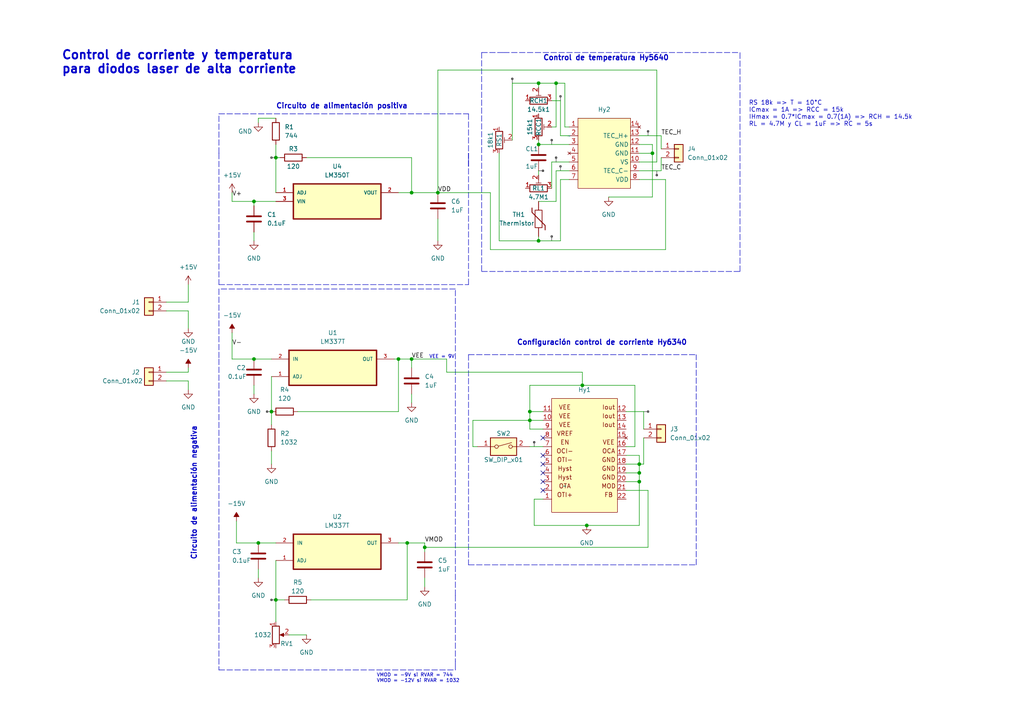
<source format=kicad_sch>
(kicad_sch (version 20230121) (generator eeschema)

  (uuid e3ddaf37-19a7-43f4-a977-8917f360cd84)

  (paper "A4")

  (lib_symbols
    (symbol "Connector_Generic:Conn_01x02" (pin_names (offset 1.016) hide) (in_bom yes) (on_board yes)
      (property "Reference" "J" (at 0 2.54 0)
        (effects (font (size 1.27 1.27)))
      )
      (property "Value" "Conn_01x02" (at 0 -5.08 0)
        (effects (font (size 1.27 1.27)))
      )
      (property "Footprint" "" (at 0 0 0)
        (effects (font (size 1.27 1.27)) hide)
      )
      (property "Datasheet" "~" (at 0 0 0)
        (effects (font (size 1.27 1.27)) hide)
      )
      (property "ki_keywords" "connector" (at 0 0 0)
        (effects (font (size 1.27 1.27)) hide)
      )
      (property "ki_description" "Generic connector, single row, 01x02, script generated (kicad-library-utils/schlib/autogen/connector/)" (at 0 0 0)
        (effects (font (size 1.27 1.27)) hide)
      )
      (property "ki_fp_filters" "Connector*:*_1x??_*" (at 0 0 0)
        (effects (font (size 1.27 1.27)) hide)
      )
      (symbol "Conn_01x02_1_1"
        (rectangle (start -1.27 -2.413) (end 0 -2.667)
          (stroke (width 0.1524) (type default))
          (fill (type none))
        )
        (rectangle (start -1.27 0.127) (end 0 -0.127)
          (stroke (width 0.1524) (type default))
          (fill (type none))
        )
        (rectangle (start -1.27 1.27) (end 1.27 -3.81)
          (stroke (width 0.254) (type default))
          (fill (type background))
        )
        (pin passive line (at -5.08 0 0) (length 3.81)
          (name "Pin_1" (effects (font (size 1.27 1.27))))
          (number "1" (effects (font (size 1.27 1.27))))
        )
        (pin passive line (at -5.08 -2.54 0) (length 3.81)
          (name "Pin_2" (effects (font (size 1.27 1.27))))
          (number "2" (effects (font (size 1.27 1.27))))
        )
      )
    )
    (symbol "Device:C" (pin_numbers hide) (pin_names (offset 0.254)) (in_bom yes) (on_board yes)
      (property "Reference" "C" (at 0.635 2.54 0)
        (effects (font (size 1.27 1.27)) (justify left))
      )
      (property "Value" "C" (at 0.635 -2.54 0)
        (effects (font (size 1.27 1.27)) (justify left))
      )
      (property "Footprint" "" (at 0.9652 -3.81 0)
        (effects (font (size 1.27 1.27)) hide)
      )
      (property "Datasheet" "~" (at 0 0 0)
        (effects (font (size 1.27 1.27)) hide)
      )
      (property "ki_keywords" "cap capacitor" (at 0 0 0)
        (effects (font (size 1.27 1.27)) hide)
      )
      (property "ki_description" "Unpolarized capacitor" (at 0 0 0)
        (effects (font (size 1.27 1.27)) hide)
      )
      (property "ki_fp_filters" "C_*" (at 0 0 0)
        (effects (font (size 1.27 1.27)) hide)
      )
      (symbol "C_0_1"
        (polyline
          (pts
            (xy -2.032 -0.762)
            (xy 2.032 -0.762)
          )
          (stroke (width 0.508) (type default))
          (fill (type none))
        )
        (polyline
          (pts
            (xy -2.032 0.762)
            (xy 2.032 0.762)
          )
          (stroke (width 0.508) (type default))
          (fill (type none))
        )
      )
      (symbol "C_1_1"
        (pin passive line (at 0 3.81 270) (length 2.794)
          (name "~" (effects (font (size 1.27 1.27))))
          (number "1" (effects (font (size 1.27 1.27))))
        )
        (pin passive line (at 0 -3.81 90) (length 2.794)
          (name "~" (effects (font (size 1.27 1.27))))
          (number "2" (effects (font (size 1.27 1.27))))
        )
      )
    )
    (symbol "Device:R" (pin_numbers hide) (pin_names (offset 0)) (in_bom yes) (on_board yes)
      (property "Reference" "R" (at 2.032 0 90)
        (effects (font (size 1.27 1.27)))
      )
      (property "Value" "R" (at 0 0 90)
        (effects (font (size 1.27 1.27)))
      )
      (property "Footprint" "" (at -1.778 0 90)
        (effects (font (size 1.27 1.27)) hide)
      )
      (property "Datasheet" "~" (at 0 0 0)
        (effects (font (size 1.27 1.27)) hide)
      )
      (property "ki_keywords" "R res resistor" (at 0 0 0)
        (effects (font (size 1.27 1.27)) hide)
      )
      (property "ki_description" "Resistor" (at 0 0 0)
        (effects (font (size 1.27 1.27)) hide)
      )
      (property "ki_fp_filters" "R_*" (at 0 0 0)
        (effects (font (size 1.27 1.27)) hide)
      )
      (symbol "R_0_1"
        (rectangle (start -1.016 -2.54) (end 1.016 2.54)
          (stroke (width 0.254) (type default))
          (fill (type none))
        )
      )
      (symbol "R_1_1"
        (pin passive line (at 0 3.81 270) (length 1.27)
          (name "~" (effects (font (size 1.27 1.27))))
          (number "1" (effects (font (size 1.27 1.27))))
        )
        (pin passive line (at 0 -3.81 90) (length 1.27)
          (name "~" (effects (font (size 1.27 1.27))))
          (number "2" (effects (font (size 1.27 1.27))))
        )
      )
    )
    (symbol "Device:R_Potentiometer" (pin_names (offset 1.016) hide) (in_bom yes) (on_board yes)
      (property "Reference" "RV" (at -4.445 0 90)
        (effects (font (size 1.27 1.27)))
      )
      (property "Value" "R_Potentiometer" (at -2.54 0 90)
        (effects (font (size 1.27 1.27)))
      )
      (property "Footprint" "" (at 0 0 0)
        (effects (font (size 1.27 1.27)) hide)
      )
      (property "Datasheet" "~" (at 0 0 0)
        (effects (font (size 1.27 1.27)) hide)
      )
      (property "ki_keywords" "resistor variable" (at 0 0 0)
        (effects (font (size 1.27 1.27)) hide)
      )
      (property "ki_description" "Potentiometer" (at 0 0 0)
        (effects (font (size 1.27 1.27)) hide)
      )
      (property "ki_fp_filters" "Potentiometer*" (at 0 0 0)
        (effects (font (size 1.27 1.27)) hide)
      )
      (symbol "R_Potentiometer_0_1"
        (polyline
          (pts
            (xy 2.54 0)
            (xy 1.524 0)
          )
          (stroke (width 0) (type default))
          (fill (type none))
        )
        (polyline
          (pts
            (xy 1.143 0)
            (xy 2.286 0.508)
            (xy 2.286 -0.508)
            (xy 1.143 0)
          )
          (stroke (width 0) (type default))
          (fill (type outline))
        )
        (rectangle (start 1.016 2.54) (end -1.016 -2.54)
          (stroke (width 0.254) (type default))
          (fill (type none))
        )
      )
      (symbol "R_Potentiometer_1_1"
        (pin passive line (at 0 3.81 270) (length 1.27)
          (name "1" (effects (font (size 1.27 1.27))))
          (number "1" (effects (font (size 1.27 1.27))))
        )
        (pin passive line (at 3.81 0 180) (length 1.27)
          (name "2" (effects (font (size 1.27 1.27))))
          (number "2" (effects (font (size 1.27 1.27))))
        )
        (pin passive line (at 0 -3.81 90) (length 1.27)
          (name "3" (effects (font (size 1.27 1.27))))
          (number "3" (effects (font (size 1.27 1.27))))
        )
      )
    )
    (symbol "Device:R_Potentiometer_Trim" (pin_names (offset 1.016) hide) (in_bom yes) (on_board yes)
      (property "Reference" "RV" (at -4.445 0 90)
        (effects (font (size 1.27 1.27)))
      )
      (property "Value" "R_Potentiometer_Trim" (at -2.54 0 90)
        (effects (font (size 1.27 1.27)))
      )
      (property "Footprint" "" (at 0 0 0)
        (effects (font (size 1.27 1.27)) hide)
      )
      (property "Datasheet" "~" (at 0 0 0)
        (effects (font (size 1.27 1.27)) hide)
      )
      (property "ki_keywords" "resistor variable trimpot trimmer" (at 0 0 0)
        (effects (font (size 1.27 1.27)) hide)
      )
      (property "ki_description" "Trim-potentiometer" (at 0 0 0)
        (effects (font (size 1.27 1.27)) hide)
      )
      (property "ki_fp_filters" "Potentiometer*" (at 0 0 0)
        (effects (font (size 1.27 1.27)) hide)
      )
      (symbol "R_Potentiometer_Trim_0_1"
        (polyline
          (pts
            (xy 1.524 0.762)
            (xy 1.524 -0.762)
          )
          (stroke (width 0) (type default))
          (fill (type none))
        )
        (polyline
          (pts
            (xy 2.54 0)
            (xy 1.524 0)
          )
          (stroke (width 0) (type default))
          (fill (type none))
        )
        (rectangle (start 1.016 2.54) (end -1.016 -2.54)
          (stroke (width 0.254) (type default))
          (fill (type none))
        )
      )
      (symbol "R_Potentiometer_Trim_1_1"
        (pin passive line (at 0 3.81 270) (length 1.27)
          (name "1" (effects (font (size 1.27 1.27))))
          (number "1" (effects (font (size 1.27 1.27))))
        )
        (pin passive line (at 3.81 0 180) (length 1.27)
          (name "2" (effects (font (size 1.27 1.27))))
          (number "2" (effects (font (size 1.27 1.27))))
        )
        (pin passive line (at 0 -3.81 90) (length 1.27)
          (name "3" (effects (font (size 1.27 1.27))))
          (number "3" (effects (font (size 1.27 1.27))))
        )
      )
    )
    (symbol "Device:Thermistor" (pin_numbers hide) (pin_names (offset 0)) (in_bom yes) (on_board yes)
      (property "Reference" "TH" (at 2.54 1.27 90)
        (effects (font (size 1.27 1.27)))
      )
      (property "Value" "Thermistor" (at -2.54 0 90)
        (effects (font (size 1.27 1.27)) (justify bottom))
      )
      (property "Footprint" "" (at 0 0 0)
        (effects (font (size 1.27 1.27)) hide)
      )
      (property "Datasheet" "~" (at 0 0 0)
        (effects (font (size 1.27 1.27)) hide)
      )
      (property "ki_keywords" "R res thermistor" (at 0 0 0)
        (effects (font (size 1.27 1.27)) hide)
      )
      (property "ki_description" "Temperature dependent resistor" (at 0 0 0)
        (effects (font (size 1.27 1.27)) hide)
      )
      (property "ki_fp_filters" "R_*" (at 0 0 0)
        (effects (font (size 1.27 1.27)) hide)
      )
      (symbol "Thermistor_0_1"
        (rectangle (start -1.016 2.54) (end 1.016 -2.54)
          (stroke (width 0.2032) (type default))
          (fill (type none))
        )
        (polyline
          (pts
            (xy -1.905 3.175)
            (xy -1.905 1.905)
            (xy 1.905 -1.905)
            (xy 1.905 -3.175)
            (xy 1.905 -3.175)
          )
          (stroke (width 0.254) (type default))
          (fill (type none))
        )
      )
      (symbol "Thermistor_1_1"
        (pin passive line (at 0 5.08 270) (length 2.54)
          (name "~" (effects (font (size 1.27 1.27))))
          (number "1" (effects (font (size 1.27 1.27))))
        )
        (pin passive line (at 0 -5.08 90) (length 2.54)
          (name "~" (effects (font (size 1.27 1.27))))
          (number "2" (effects (font (size 1.27 1.27))))
        )
      )
    )
    (symbol "Hytek_Controllers:Hy5640" (in_bom yes) (on_board yes)
      (property "Reference" "Hy5640" (at -2.54 10.16 0)
        (effects (font (size 1.27 1.27)))
      )
      (property "Value" "" (at -7.62 2.54 0)
        (effects (font (size 1.27 1.27)))
      )
      (property "Footprint" "" (at -7.62 2.54 0)
        (effects (font (size 1.27 1.27)) hide)
      )
      (property "Datasheet" "" (at -7.62 2.54 0)
        (effects (font (size 1.27 1.27)) hide)
      )
      (symbol "Hy5640_1_1"
        (rectangle (start -5.08 7.62) (end 10.16 -12.7)
          (stroke (width 0) (type default))
          (fill (type background))
        )
        (pin input line (at -7.62 5.08 0) (length 2.54)
          (name "" (effects (font (size 1.27 1.27))))
          (number "1" (effects (font (size 1.27 1.27))))
        )
        (pin input line (at 12.7 -5.08 180) (length 2.54)
          (name "VS" (effects (font (size 1.27 1.27))))
          (number "10" (effects (font (size 1.27 1.27))))
        )
        (pin input line (at 12.7 -2.54 180) (length 2.54)
          (name "GND" (effects (font (size 1.27 1.27))))
          (number "11" (effects (font (size 1.27 1.27))))
        )
        (pin input line (at 12.7 0 180) (length 2.54)
          (name "GND" (effects (font (size 1.27 1.27))))
          (number "12" (effects (font (size 1.27 1.27))))
        )
        (pin bidirectional line (at 12.7 2.54 180) (length 2.54)
          (name "TEC_H+" (effects (font (size 1.27 1.27))))
          (number "13" (effects (font (size 1.27 1.27))))
        )
        (pin no_connect line (at 12.7 5.08 180) (length 2.54)
          (name "" (effects (font (size 1.27 1.27))))
          (number "14" (effects (font (size 1.27 1.27))))
        )
        (pin input line (at -7.62 2.54 0) (length 2.54)
          (name "" (effects (font (size 1.27 1.27))))
          (number "2" (effects (font (size 1.27 1.27))))
        )
        (pin input line (at -7.62 0 0) (length 2.54)
          (name "" (effects (font (size 1.27 1.27))))
          (number "3" (effects (font (size 1.27 1.27))))
        )
        (pin no_connect line (at -7.62 -2.54 0) (length 2.54)
          (name "" (effects (font (size 1.27 1.27))))
          (number "4" (effects (font (size 1.27 1.27))))
        )
        (pin input line (at -7.62 -5.08 0) (length 2.54)
          (name "" (effects (font (size 1.27 1.27))))
          (number "5" (effects (font (size 1.27 1.27))))
        )
        (pin input line (at -7.62 -7.62 0) (length 2.54)
          (name "" (effects (font (size 1.27 1.27))))
          (number "6" (effects (font (size 1.27 1.27))))
        )
        (pin input line (at -7.62 -10.16 0) (length 2.54)
          (name "" (effects (font (size 1.27 1.27))))
          (number "7" (effects (font (size 1.27 1.27))))
        )
        (pin input line (at 12.7 -10.16 180) (length 2.54)
          (name "VDD" (effects (font (size 1.27 1.27))))
          (number "8" (effects (font (size 1.27 1.27))))
        )
        (pin bidirectional line (at 12.7 -7.62 180) (length 2.54)
          (name "TEC_C-" (effects (font (size 1.27 1.27))))
          (number "9" (effects (font (size 1.27 1.27))))
        )
      )
    )
    (symbol "Hytek_Controllers:Hy6340" (pin_names (offset 50)) (in_bom yes) (on_board yes)
      (property "Reference" "Hy6340" (at 0 27.94 0)
        (effects (font (size 1.27 1.27)))
      )
      (property "Value" "" (at 0 0 0)
        (effects (font (size 1.27 1.27)))
      )
      (property "Footprint" "" (at 0 0 0)
        (effects (font (size 1.27 1.27)) hide)
      )
      (property "Datasheet" "" (at 0 0 0)
        (effects (font (size 1.27 1.27)) hide)
      )
      (symbol "Hy6340_1_1"
        (rectangle (start -3.81 25.4) (end 15.24 -7.62)
          (stroke (width 0) (type default))
          (fill (type background))
        )
        (text "EN" (at 0 12.7 0)
          (effects (font (size 1.27 1.27)))
        )
        (text "FB" (at 12.7 -2.54 0)
          (effects (font (size 1.27 1.27)))
        )
        (text "GND" (at 12.7 2.54 0)
          (effects (font (size 1.27 1.27)))
        )
        (text "GND" (at 12.7 5.08 0)
          (effects (font (size 1.27 1.27)))
        )
        (text "GND" (at 12.7 7.62 0)
          (effects (font (size 1.27 1.27)))
        )
        (text "Hyst" (at 0 2.54 0)
          (effects (font (size 1.27 1.27)))
        )
        (text "Hyst" (at 0 5.08 0)
          (effects (font (size 1.27 1.27)))
        )
        (text "Iout" (at 12.7 17.78 0)
          (effects (font (size 1.27 1.27)))
        )
        (text "Iout" (at 12.7 20.32 0)
          (effects (font (size 1.27 1.27)))
        )
        (text "Iout" (at 12.7 22.86 0)
          (effects (font (size 1.27 1.27)))
        )
        (text "MOD" (at 12.7 0 0)
          (effects (font (size 1.27 1.27)))
        )
        (text "OCA\n" (at 12.7 10.16 0)
          (effects (font (size 1.27 1.27)))
        )
        (text "OCI-" (at 0 10.16 0)
          (effects (font (size 1.27 1.27)))
        )
        (text "OTA" (at 0 0 0)
          (effects (font (size 1.27 1.27)))
        )
        (text "OTI+" (at 0 -2.54 0)
          (effects (font (size 1.27 1.27)))
        )
        (text "OTI-" (at 0 7.62 0)
          (effects (font (size 1.27 1.27)))
        )
        (text "VEE" (at 0 17.78 0)
          (effects (font (size 1.27 1.27)))
        )
        (text "VEE" (at 0 20.32 0)
          (effects (font (size 1.27 1.27)))
        )
        (text "VEE" (at 0 22.86 0)
          (effects (font (size 1.27 1.27)))
        )
        (text "VEE" (at 12.7 12.7 0)
          (effects (font (size 1.27 1.27)))
        )
        (text "VREF" (at 0 15.24 0)
          (effects (font (size 1.27 1.27)))
        )
        (pin input line (at -6.35 -3.81 0) (length 2.54)
          (name "" (effects (font (size 1.27 1.27))))
          (number "1" (effects (font (size 1.27 1.27))))
        )
        (pin input line (at -6.35 19.05 0) (length 2.54)
          (name "" (effects (font (size 1.27 1.27))))
          (number "10" (effects (font (size 1.27 1.27))))
        )
        (pin input line (at -6.35 21.59 0) (length 2.54)
          (name "" (effects (font (size 1.27 1.27))))
          (number "11" (effects (font (size 1.27 1.27))))
        )
        (pin output line (at 17.78 21.59 180) (length 2.54)
          (name "" (effects (font (size 1.27 1.27))))
          (number "12" (effects (font (size 1.27 1.27))))
        )
        (pin output line (at 17.78 19.05 180) (length 2.54)
          (name "" (effects (font (size 1.27 1.27))))
          (number "13" (effects (font (size 1.27 1.27))))
        )
        (pin output line (at 17.78 16.51 180) (length 2.54)
          (name "" (effects (font (size 1.27 1.27))))
          (number "14" (effects (font (size 1.27 1.27))))
        )
        (pin no_connect line (at 17.78 13.97 180) (length 2.54)
          (name "" (effects (font (size 1.27 1.27))))
          (number "15" (effects (font (size 1.27 1.27))))
        )
        (pin input line (at 17.78 11.43 180) (length 2.54)
          (name "" (effects (font (size 1.27 1.27))))
          (number "16" (effects (font (size 1.27 1.27))))
        )
        (pin output line (at 17.78 8.89 180) (length 2.54)
          (name "" (effects (font (size 1.27 1.27))))
          (number "17" (effects (font (size 1.27 1.27))))
        )
        (pin input line (at 17.78 6.35 180) (length 2.54)
          (name "" (effects (font (size 1.27 1.27))))
          (number "18" (effects (font (size 1.27 1.27))))
        )
        (pin input line (at 17.78 3.81 180) (length 2.54)
          (name "" (effects (font (size 1.27 1.27))))
          (number "19" (effects (font (size 1.27 1.27))))
        )
        (pin output line (at -6.35 -1.27 0) (length 2.54)
          (name "" (effects (font (size 1.27 1.27))))
          (number "2" (effects (font (size 1.27 1.27))))
        )
        (pin input line (at 17.78 1.27 180) (length 2.54)
          (name "" (effects (font (size 1.27 1.27))))
          (number "20" (effects (font (size 1.27 1.27))))
        )
        (pin input line (at 17.78 -1.27 180) (length 2.54)
          (name "" (effects (font (size 1.27 1.27))))
          (number "21" (effects (font (size 1.27 1.27))))
        )
        (pin input line (at 17.78 -3.81 180) (length 2.54)
          (name "" (effects (font (size 1.27 1.27))))
          (number "22" (effects (font (size 1.27 1.27))))
        )
        (pin input line (at -6.35 1.27 0) (length 2.54)
          (name "" (effects (font (size 1.27 1.27))))
          (number "3" (effects (font (size 1.27 1.27))))
        )
        (pin input line (at -6.35 3.81 0) (length 2.54)
          (name "" (effects (font (size 1.27 1.27))))
          (number "4" (effects (font (size 1.27 1.27))))
        )
        (pin input line (at -6.35 6.35 0) (length 2.54)
          (name "" (effects (font (size 1.27 1.27))))
          (number "5" (effects (font (size 1.27 1.27))))
        )
        (pin input line (at -6.35 8.89 0) (length 2.54)
          (name "" (effects (font (size 1.27 1.27))))
          (number "6" (effects (font (size 1.27 1.27))))
        )
        (pin input line (at -6.35 11.43 0) (length 2.54)
          (name "" (effects (font (size 1.27 1.27))))
          (number "7" (effects (font (size 1.27 1.27))))
        )
        (pin output line (at -6.35 13.97 0) (length 2.54)
          (name "" (effects (font (size 1.27 1.27))))
          (number "8" (effects (font (size 1.27 1.27))))
        )
        (pin input line (at -6.35 16.51 0) (length 2.54)
          (name "" (effects (font (size 1.27 1.27))))
          (number "9" (effects (font (size 1.27 1.27))))
        )
      )
    )
    (symbol "LM337T:LM337T" (pin_names (offset 1.016)) (in_bom yes) (on_board yes)
      (property "Reference" "U" (at -12.7 6.08 0)
        (effects (font (size 1.27 1.27)) (justify left bottom))
      )
      (property "Value" "LM337T" (at -12.7 -9.08 0)
        (effects (font (size 1.27 1.27)) (justify left bottom))
      )
      (property "Footprint" "LM337T:TO254P1054X470X1955-3" (at 0 0 0)
        (effects (font (size 1.27 1.27)) (justify bottom) hide)
      )
      (property "Datasheet" "" (at 0 0 0)
        (effects (font (size 1.27 1.27)) hide)
      )
      (property "MF" "onsemi" (at 0 0 0)
        (effects (font (size 1.27 1.27)) (justify bottom) hide)
      )
      (property "Description" "\nLinear Voltage Regulator IC Negative Adjustable 1 Output 1.5A TO-220-3\n" (at 0 0 0)
        (effects (font (size 1.27 1.27)) (justify bottom) hide)
      )
      (property "Package" "None" (at 0 0 0)
        (effects (font (size 1.27 1.27)) (justify bottom) hide)
      )
      (property "Price" "None" (at 0 0 0)
        (effects (font (size 1.27 1.27)) (justify bottom) hide)
      )
      (property "SnapEDA_Link" "https://www.snapeda.com/parts/LM337T/Onsemi/view-part/?ref=snap" (at 0 0 0)
        (effects (font (size 1.27 1.27)) (justify bottom) hide)
      )
      (property "MP" "LM337T" (at 0 0 0)
        (effects (font (size 1.27 1.27)) (justify bottom) hide)
      )
      (property "Purchase-URL" "https://www.snapeda.com/api/url_track_click_mouser/?unipart_id=6597085&manufacturer=onsemi&part_name=LM337T&search_term=lm337" (at 0 0 0)
        (effects (font (size 1.27 1.27)) (justify bottom) hide)
      )
      (property "Availability" "In Stock" (at 0 0 0)
        (effects (font (size 1.27 1.27)) (justify bottom) hide)
      )
      (property "Check_prices" "https://www.snapeda.com/parts/LM337T/Onsemi/view-part/?ref=eda" (at 0 0 0)
        (effects (font (size 1.27 1.27)) (justify bottom) hide)
      )
      (symbol "LM337T_0_0"
        (rectangle (start -12.7 -5.08) (end 12.7 5.08)
          (stroke (width 0.41) (type default))
          (fill (type background))
        )
        (pin bidirectional line (at -17.78 -2.54 0) (length 5.08)
          (name "ADJ" (effects (font (size 1.016 1.016))))
          (number "1" (effects (font (size 1.016 1.016))))
        )
        (pin input line (at -17.78 2.54 0) (length 5.08)
          (name "IN" (effects (font (size 1.016 1.016))))
          (number "2" (effects (font (size 1.016 1.016))))
        )
        (pin output line (at 17.78 2.54 180) (length 5.08)
          (name "OUT" (effects (font (size 1.016 1.016))))
          (number "3" (effects (font (size 1.016 1.016))))
        )
      )
    )
    (symbol "LM350T:LM350T" (pin_names (offset 1.016)) (in_bom yes) (on_board yes)
      (property "Reference" "U" (at -12.7 6.08 0)
        (effects (font (size 1.27 1.27)) (justify left bottom))
      )
      (property "Value" "LM350T" (at -12.7 -9.08 0)
        (effects (font (size 1.27 1.27)) (justify left bottom))
      )
      (property "Footprint" "LM350T:TO254P1054X470X1955-3" (at 0 0 0)
        (effects (font (size 1.27 1.27)) (justify bottom) hide)
      )
      (property "Datasheet" "" (at 0 0 0)
        (effects (font (size 1.27 1.27)) hide)
      )
      (property "MF" "onsemi" (at 0 0 0)
        (effects (font (size 1.27 1.27)) (justify bottom) hide)
      )
      (property "Description" "\nLinear Voltage Regulator IC Positive Adjustable 1 Output 3A TO-220-3\n" (at 0 0 0)
        (effects (font (size 1.27 1.27)) (justify bottom) hide)
      )
      (property "Package" "None" (at 0 0 0)
        (effects (font (size 1.27 1.27)) (justify bottom) hide)
      )
      (property "Price" "None" (at 0 0 0)
        (effects (font (size 1.27 1.27)) (justify bottom) hide)
      )
      (property "SnapEDA_Link" "https://www.snapeda.com/parts/LM350T/Onsemi/view-part/?ref=snap" (at 0 0 0)
        (effects (font (size 1.27 1.27)) (justify bottom) hide)
      )
      (property "MP" "LM350T" (at 0 0 0)
        (effects (font (size 1.27 1.27)) (justify bottom) hide)
      )
      (property "Purchase-URL" "https://www.snapeda.com/api/url_track_click_mouser/?unipart_id=6592442&manufacturer=onsemi&part_name=LM350T&search_term=None" (at 0 0 0)
        (effects (font (size 1.27 1.27)) (justify bottom) hide)
      )
      (property "Availability" "In Stock" (at 0 0 0)
        (effects (font (size 1.27 1.27)) (justify bottom) hide)
      )
      (property "Check_prices" "https://www.snapeda.com/parts/LM350T/Onsemi/view-part/?ref=eda" (at 0 0 0)
        (effects (font (size 1.27 1.27)) (justify bottom) hide)
      )
      (symbol "LM350T_0_0"
        (rectangle (start -12.7 -5.08) (end 12.7 5.08)
          (stroke (width 0.41) (type default))
          (fill (type background))
        )
        (pin input line (at -17.78 2.54 0) (length 5.08)
          (name "ADJ" (effects (font (size 1.016 1.016))))
          (number "1" (effects (font (size 1.016 1.016))))
        )
        (pin output line (at 17.78 2.54 180) (length 5.08)
          (name "VOUT" (effects (font (size 1.016 1.016))))
          (number "2" (effects (font (size 1.016 1.016))))
        )
        (pin input line (at -17.78 0 0) (length 5.08)
          (name "VIN" (effects (font (size 1.016 1.016))))
          (number "3" (effects (font (size 1.016 1.016))))
        )
      )
    )
    (symbol "Switch:SW_DIP_x01" (pin_names (offset 0) hide) (in_bom yes) (on_board yes)
      (property "Reference" "SW" (at 0 3.81 0)
        (effects (font (size 1.27 1.27)))
      )
      (property "Value" "SW_DIP_x01" (at 0 -3.81 0)
        (effects (font (size 1.27 1.27)))
      )
      (property "Footprint" "" (at 0 0 0)
        (effects (font (size 1.27 1.27)) hide)
      )
      (property "Datasheet" "~" (at 0 0 0)
        (effects (font (size 1.27 1.27)) hide)
      )
      (property "ki_keywords" "dip switch" (at 0 0 0)
        (effects (font (size 1.27 1.27)) hide)
      )
      (property "ki_description" "1x DIP Switch, Single Pole Single Throw (SPST) switch, small symbol" (at 0 0 0)
        (effects (font (size 1.27 1.27)) hide)
      )
      (property "ki_fp_filters" "SW?DIP?x1*" (at 0 0 0)
        (effects (font (size 1.27 1.27)) hide)
      )
      (symbol "SW_DIP_x01_0_0"
        (circle (center -2.032 0) (radius 0.508)
          (stroke (width 0) (type default))
          (fill (type none))
        )
        (polyline
          (pts
            (xy -1.524 0.127)
            (xy 2.3622 1.1684)
          )
          (stroke (width 0) (type default))
          (fill (type none))
        )
        (circle (center 2.032 0) (radius 0.508)
          (stroke (width 0) (type default))
          (fill (type none))
        )
      )
      (symbol "SW_DIP_x01_0_1"
        (rectangle (start -3.81 2.54) (end 3.81 -2.54)
          (stroke (width 0.254) (type default))
          (fill (type background))
        )
      )
      (symbol "SW_DIP_x01_1_1"
        (pin passive line (at -7.62 0 0) (length 5.08)
          (name "~" (effects (font (size 1.27 1.27))))
          (number "1" (effects (font (size 1.27 1.27))))
        )
        (pin passive line (at 7.62 0 180) (length 5.08)
          (name "~" (effects (font (size 1.27 1.27))))
          (number "2" (effects (font (size 1.27 1.27))))
        )
      )
    )
    (symbol "power:+15V" (power) (pin_names (offset 0)) (in_bom yes) (on_board yes)
      (property "Reference" "#PWR" (at 0 -3.81 0)
        (effects (font (size 1.27 1.27)) hide)
      )
      (property "Value" "+15V" (at 0 3.556 0)
        (effects (font (size 1.27 1.27)))
      )
      (property "Footprint" "" (at 0 0 0)
        (effects (font (size 1.27 1.27)) hide)
      )
      (property "Datasheet" "" (at 0 0 0)
        (effects (font (size 1.27 1.27)) hide)
      )
      (property "ki_keywords" "global power" (at 0 0 0)
        (effects (font (size 1.27 1.27)) hide)
      )
      (property "ki_description" "Power symbol creates a global label with name \"+15V\"" (at 0 0 0)
        (effects (font (size 1.27 1.27)) hide)
      )
      (symbol "+15V_0_1"
        (polyline
          (pts
            (xy -0.762 1.27)
            (xy 0 2.54)
          )
          (stroke (width 0) (type default))
          (fill (type none))
        )
        (polyline
          (pts
            (xy 0 0)
            (xy 0 2.54)
          )
          (stroke (width 0) (type default))
          (fill (type none))
        )
        (polyline
          (pts
            (xy 0 2.54)
            (xy 0.762 1.27)
          )
          (stroke (width 0) (type default))
          (fill (type none))
        )
      )
      (symbol "+15V_1_1"
        (pin power_in line (at 0 0 90) (length 0) hide
          (name "+15V" (effects (font (size 1.27 1.27))))
          (number "1" (effects (font (size 1.27 1.27))))
        )
      )
    )
    (symbol "power:-15V" (power) (pin_names (offset 0)) (in_bom yes) (on_board yes)
      (property "Reference" "#PWR" (at 0 2.54 0)
        (effects (font (size 1.27 1.27)) hide)
      )
      (property "Value" "-15V" (at 0 3.81 0)
        (effects (font (size 1.27 1.27)))
      )
      (property "Footprint" "" (at 0 0 0)
        (effects (font (size 1.27 1.27)) hide)
      )
      (property "Datasheet" "" (at 0 0 0)
        (effects (font (size 1.27 1.27)) hide)
      )
      (property "ki_keywords" "global power" (at 0 0 0)
        (effects (font (size 1.27 1.27)) hide)
      )
      (property "ki_description" "Power symbol creates a global label with name \"-15V\"" (at 0 0 0)
        (effects (font (size 1.27 1.27)) hide)
      )
      (symbol "-15V_0_0"
        (pin power_in line (at 0 0 90) (length 0) hide
          (name "-15V" (effects (font (size 1.27 1.27))))
          (number "1" (effects (font (size 1.27 1.27))))
        )
      )
      (symbol "-15V_0_1"
        (polyline
          (pts
            (xy 0 0)
            (xy 0 1.27)
            (xy 0.762 1.27)
            (xy 0 2.54)
            (xy -0.762 1.27)
            (xy 0 1.27)
          )
          (stroke (width 0) (type default))
          (fill (type outline))
        )
      )
    )
    (symbol "power:GND" (power) (pin_names (offset 0)) (in_bom yes) (on_board yes)
      (property "Reference" "#PWR" (at 0 -6.35 0)
        (effects (font (size 1.27 1.27)) hide)
      )
      (property "Value" "GND" (at 0 -3.81 0)
        (effects (font (size 1.27 1.27)))
      )
      (property "Footprint" "" (at 0 0 0)
        (effects (font (size 1.27 1.27)) hide)
      )
      (property "Datasheet" "" (at 0 0 0)
        (effects (font (size 1.27 1.27)) hide)
      )
      (property "ki_keywords" "global power" (at 0 0 0)
        (effects (font (size 1.27 1.27)) hide)
      )
      (property "ki_description" "Power symbol creates a global label with name \"GND\" , ground" (at 0 0 0)
        (effects (font (size 1.27 1.27)) hide)
      )
      (symbol "GND_0_1"
        (polyline
          (pts
            (xy 0 0)
            (xy 0 -1.27)
            (xy 1.27 -1.27)
            (xy 0 -2.54)
            (xy -1.27 -1.27)
            (xy 0 -1.27)
          )
          (stroke (width 0) (type default))
          (fill (type none))
        )
      )
      (symbol "GND_1_1"
        (pin power_in line (at 0 0 270) (length 0) hide
          (name "GND" (effects (font (size 1.27 1.27))))
          (number "1" (effects (font (size 1.27 1.27))))
        )
      )
    )
  )

  (junction (at 161.29 24.13) (diameter 0) (color 0 0 0 0)
    (uuid 14416ccf-bfb1-4674-8375-e2408b635197)
  )
  (junction (at 73.66 104.14) (diameter 0) (color 0 0 0 0)
    (uuid 1da3fbce-c724-48b3-b130-855b90ea6a75)
  )
  (junction (at 78.74 119.38) (diameter 0) (color 0 0 0 0)
    (uuid 221ea7dd-f6f3-4cc1-a2f1-e964f5a3ceb7)
  )
  (junction (at 170.18 152.4) (diameter 0) (color 0 0 0 0)
    (uuid 243e5abe-ec84-425b-bed0-4a294883b64e)
  )
  (junction (at 185.42 134.62) (diameter 0) (color 0 0 0 0)
    (uuid 42940231-b4b5-4e16-9514-3472c44e598e)
  )
  (junction (at 153.67 119.38) (diameter 0) (color 0 0 0 0)
    (uuid 558ac6e8-7f3d-4ee5-bb7c-6dc126029d0a)
  )
  (junction (at 185.42 139.7) (diameter 0) (color 0 0 0 0)
    (uuid 5c04d52f-5463-45c2-9fcd-7af4f6adb45a)
  )
  (junction (at 74.93 157.48) (diameter 0) (color 0 0 0 0)
    (uuid 5c5f6f7f-abc8-414c-be97-82629151f7f5)
  )
  (junction (at 118.11 157.48) (diameter 0) (color 0 0 0 0)
    (uuid 6223baca-a1d8-483d-869f-d2c24301132f)
  )
  (junction (at 119.38 55.88) (diameter 0) (color 0 0 0 0)
    (uuid 624167c6-dfc9-47f1-b777-d57e2949d568)
  )
  (junction (at 156.21 41.91) (diameter 0) (color 0 0 0 0)
    (uuid 62c0b61a-a29a-4677-9acd-dc39afa78681)
  )
  (junction (at 127 55.88) (diameter 0) (color 0 0 0 0)
    (uuid 81e1f312-68bb-4e87-9e10-f9f662129ecd)
  )
  (junction (at 156.21 69.85) (diameter 0) (color 0 0 0 0)
    (uuid 875ecb29-f80a-4b58-9c0d-a32d6bf51a27)
  )
  (junction (at 189.23 44.45) (diameter 0) (color 0 0 0 0)
    (uuid 926b6185-51a6-4f35-942c-7176446e23e9)
  )
  (junction (at 115.57 104.14) (diameter 0) (color 0 0 0 0)
    (uuid 9677f234-6e1f-401a-b382-47cac07c7796)
  )
  (junction (at 156.21 24.13) (diameter 0) (color 0 0 0 0)
    (uuid a4cc0a11-6a9d-47b5-bec9-a5566e84aba1)
  )
  (junction (at 119.38 104.14) (diameter 0) (color 0 0 0 0)
    (uuid a68b8ef7-da92-4d81-ae13-39b15016f8fa)
  )
  (junction (at 153.67 121.92) (diameter 0) (color 0 0 0 0)
    (uuid ba8736bc-7b6a-4906-9b41-6a66c1f82efa)
  )
  (junction (at 80.01 45.72) (diameter 0) (color 0 0 0 0)
    (uuid bebe6225-42d5-4514-95ff-4fa921df103b)
  )
  (junction (at 185.42 137.16) (diameter 0) (color 0 0 0 0)
    (uuid d7789465-0c9c-4c94-abae-ed9b32499565)
  )
  (junction (at 123.19 158.75) (diameter 0) (color 0 0 0 0)
    (uuid e1bd01df-501f-45b9-8188-9e98da0e515c)
  )
  (junction (at 73.66 58.42) (diameter 0) (color 0 0 0 0)
    (uuid e58d29b0-34b1-4ac2-89d9-ad90f6d22107)
  )
  (junction (at 168.91 111.76) (diameter 0) (color 0 0 0 0)
    (uuid fbc8f888-eb42-4edc-a36b-4b0b81ca5c43)
  )
  (junction (at 80.01 173.99) (diameter 0) (color 0 0 0 0)
    (uuid fe0fd4ce-ce03-42b2-b52e-0485e1ec014b)
  )

  (no_connect (at 157.48 137.16) (uuid 213c7738-3d24-49ec-a75d-08ec362b5542))
  (no_connect (at 157.48 127) (uuid 73bbe6d9-b49a-4283-97a8-7a802f82486e))
  (no_connect (at 157.48 139.7) (uuid 7e54c9b6-7e27-4a95-80cf-d43ac51e289d))
  (no_connect (at 157.48 142.24) (uuid aeb8b13c-f844-4309-ad3d-caf2e956681c))
  (no_connect (at 157.48 134.62) (uuid b4ca087d-418b-493c-a2d1-50ff768f5750))
  (no_connect (at 157.48 132.08) (uuid e6eef931-89df-4fc1-a5a1-9f27eca907d5))

  (wire (pts (xy 74.93 157.48) (xy 80.01 157.48))
    (stroke (width 0) (type default))
    (uuid 00f4e06b-c0a7-4a3a-b824-296febd3cb6b)
  )
  (wire (pts (xy 186.69 127) (xy 186.69 134.62))
    (stroke (width 0) (type default))
    (uuid 03796082-c685-41ef-948f-e6a7c71fe64b)
  )
  (wire (pts (xy 162.56 29.21) (xy 160.02 29.21))
    (stroke (width 0) (type default))
    (uuid 06e53f81-4b3a-49b9-8373-d4c7b1e3e964)
  )
  (wire (pts (xy 162.56 69.85) (xy 156.21 69.85))
    (stroke (width 0) (type default))
    (uuid 085a7131-4c09-4a98-9d18-9bff246c78c1)
  )
  (wire (pts (xy 123.19 157.48) (xy 123.19 158.75))
    (stroke (width 0) (type default))
    (uuid 08d97670-23af-4883-b3be-051d87801144)
  )
  (wire (pts (xy 142.24 55.88) (xy 142.24 72.39))
    (stroke (width 0) (type default))
    (uuid 08e21e8c-2ff4-4328-b0f5-19e6a080aedb)
  )
  (polyline (pts (xy 135.89 102.87) (xy 135.89 163.83))
    (stroke (width 0) (type dash))
    (uuid 0a8800ab-823d-42ae-a846-1480369aafd5)
  )

  (wire (pts (xy 165.1 52.07) (xy 162.56 52.07))
    (stroke (width 0) (type default))
    (uuid 0b58e2d9-870c-4191-87e6-273c66bf08b0)
  )
  (wire (pts (xy 88.9 45.72) (xy 119.38 45.72))
    (stroke (width 0) (type default))
    (uuid 0e1996ee-a583-46a2-a056-2ba4b32d6b5b)
  )
  (wire (pts (xy 181.61 129.54) (xy 184.15 129.54))
    (stroke (width 0) (type default))
    (uuid 0f57b109-4ca9-4d30-9b58-7b2c397000e5)
  )
  (wire (pts (xy 187.96 142.24) (xy 181.61 142.24))
    (stroke (width 0) (type default))
    (uuid 105aa1a0-7631-42b4-bbcd-8d80e54a94a7)
  )
  (wire (pts (xy 123.19 158.75) (xy 123.19 160.02))
    (stroke (width 0) (type default))
    (uuid 11edebd4-3cce-4a38-bb00-56b1c406ba11)
  )
  (wire (pts (xy 189.23 44.45) (xy 189.23 41.91))
    (stroke (width 0) (type default))
    (uuid 13404307-a29c-4b4c-9e48-72d9254ec023)
  )
  (wire (pts (xy 127 55.88) (xy 142.24 55.88))
    (stroke (width 0) (type default))
    (uuid 160aad78-5a68-4369-9475-a4ce3ac86639)
  )
  (wire (pts (xy 73.66 111.76) (xy 73.66 114.3))
    (stroke (width 0) (type default))
    (uuid 1a8e6003-f280-4c5a-b388-ee3ceca1a343)
  )
  (wire (pts (xy 115.57 55.88) (xy 119.38 55.88))
    (stroke (width 0) (type default))
    (uuid 1b4ed3ee-a550-4d06-a9fe-63a991d034b6)
  )
  (wire (pts (xy 165.1 39.37) (xy 162.56 39.37))
    (stroke (width 0) (type default))
    (uuid 1e61089e-81d6-443b-9f96-da418ff488ba)
  )
  (wire (pts (xy 153.67 121.92) (xy 157.48 121.92))
    (stroke (width 0) (type default))
    (uuid 1fbbb686-159e-4f93-800e-289e467eec15)
  )
  (wire (pts (xy 161.29 36.83) (xy 160.02 36.83))
    (stroke (width 0) (type default))
    (uuid 21c2c92d-704c-41fe-a6e6-54a22f4c1a89)
  )
  (wire (pts (xy 144.78 69.85) (xy 156.21 69.85))
    (stroke (width 0) (type default))
    (uuid 220f0cbb-8f0b-4412-990f-631c48a15c64)
  )
  (wire (pts (xy 168.91 107.95) (xy 129.54 107.95))
    (stroke (width 0) (type default))
    (uuid 25322d59-b371-45c7-89d1-a2b72aec6519)
  )
  (wire (pts (xy 127 63.5) (xy 127 69.85))
    (stroke (width 0) (type default))
    (uuid 290e122e-9008-4267-bfff-08570c3342d2)
  )
  (wire (pts (xy 161.29 49.53) (xy 161.29 58.42))
    (stroke (width 0) (type default))
    (uuid 29d5f23a-8956-46bf-a166-3114ecba582f)
  )
  (wire (pts (xy 156.21 24.13) (xy 156.21 25.4))
    (stroke (width 0) (type default))
    (uuid 2a9e3994-3040-473e-b572-b9678bb2df8e)
  )
  (wire (pts (xy 187.96 158.75) (xy 187.96 142.24))
    (stroke (width 0) (type default))
    (uuid 308c3bbd-f729-474f-a8b2-d260e5abfb71)
  )
  (wire (pts (xy 153.67 124.46) (xy 153.67 121.92))
    (stroke (width 0) (type default))
    (uuid 328a4028-31df-4ed1-acdc-07dcdf5814ea)
  )
  (wire (pts (xy 165.1 46.99) (xy 160.02 46.99))
    (stroke (width 0) (type default))
    (uuid 3358178a-2009-47aa-835a-36627f5c4f65)
  )
  (wire (pts (xy 54.61 110.49) (xy 54.61 113.03))
    (stroke (width 0) (type default))
    (uuid 34773cb3-f1f7-4839-87ef-df0f6b5a02b6)
  )
  (wire (pts (xy 185.42 152.4) (xy 185.42 139.7))
    (stroke (width 0) (type default))
    (uuid 34db9818-54b5-45d6-ac8f-ecd85578953f)
  )
  (polyline (pts (xy 63.5 33.02) (xy 135.89 33.02))
    (stroke (width 0) (type dash))
    (uuid 361af512-e80e-40bb-827f-810b817e4979)
  )

  (wire (pts (xy 156.21 69.85) (xy 156.21 68.58))
    (stroke (width 0) (type default))
    (uuid 36c65044-2078-4f7d-bb3a-83424d8b11b5)
  )
  (wire (pts (xy 162.56 52.07) (xy 162.56 69.85))
    (stroke (width 0) (type default))
    (uuid 36eef632-d066-4cfc-b3c4-ae72f3c8f0e6)
  )
  (wire (pts (xy 80.01 173.99) (xy 82.55 173.99))
    (stroke (width 0) (type default))
    (uuid 377e883a-8286-4f55-96c0-6d4640ed3edd)
  )
  (wire (pts (xy 127 20.32) (xy 127 55.88))
    (stroke (width 0) (type default))
    (uuid 37aad68b-c0f8-4f5f-92bd-e1ead93794f8)
  )
  (wire (pts (xy 185.42 44.45) (xy 189.23 44.45))
    (stroke (width 0) (type default))
    (uuid 39a72380-e6e1-429f-887c-64eb972e2eed)
  )
  (wire (pts (xy 156.21 49.53) (xy 156.21 50.8))
    (stroke (width 0) (type default))
    (uuid 3b0d7d0e-e9db-4af3-a8be-3964f6f0b41a)
  )
  (wire (pts (xy 119.38 104.14) (xy 119.38 106.68))
    (stroke (width 0) (type default))
    (uuid 3cc80f64-d368-4e7c-8c55-13f3baaad12c)
  )
  (polyline (pts (xy 132.08 172.72) (xy 132.08 191.77))
    (stroke (width 0) (type dash))
    (uuid 40ddb059-77fb-49d5-9da1-3742ddb01bba)
  )

  (wire (pts (xy 54.61 107.95) (xy 54.61 106.68))
    (stroke (width 0) (type default))
    (uuid 4256cd32-cb44-4905-9d78-a13ae0fea8db)
  )
  (polyline (pts (xy 214.63 78.74) (xy 214.63 15.24))
    (stroke (width 0) (type dash))
    (uuid 442fbf21-6b54-4c5a-b7c8-ffb313dd7d0a)
  )
  (polyline (pts (xy 63.5 82.55) (xy 80.01 82.55))
    (stroke (width 0) (type dash))
    (uuid 4480d244-d83e-4d2a-b5ba-ec91524bfc8e)
  )

  (wire (pts (xy 54.61 87.63) (xy 54.61 82.55))
    (stroke (width 0) (type default))
    (uuid 4dd64365-4a4d-4801-8dc4-7db9c4179d14)
  )
  (wire (pts (xy 161.29 24.13) (xy 156.21 24.13))
    (stroke (width 0) (type default))
    (uuid 4ed1a868-18a7-4d54-ac58-3d4e540eaa19)
  )
  (wire (pts (xy 157.48 144.78) (xy 154.94 144.78))
    (stroke (width 0) (type default))
    (uuid 4f6750f8-7636-4d3c-8785-c2373e576da0)
  )
  (wire (pts (xy 156.21 40.64) (xy 156.21 41.91))
    (stroke (width 0) (type default))
    (uuid 4f935469-35ae-4959-bc14-14a9d36f8d60)
  )
  (wire (pts (xy 153.67 121.92) (xy 153.67 119.38))
    (stroke (width 0) (type default))
    (uuid 50a23d43-64fd-4fc9-bc6e-c2d3644b068b)
  )
  (wire (pts (xy 193.04 72.39) (xy 193.04 52.07))
    (stroke (width 0) (type default))
    (uuid 52045fcf-fba5-4d54-9dbb-9aed051e274c)
  )
  (wire (pts (xy 165.1 36.83) (xy 163.83 36.83))
    (stroke (width 0) (type default))
    (uuid 55bf863c-4aec-4fcd-9582-5c3ae2fe48d4)
  )
  (polyline (pts (xy 135.89 33.02) (xy 135.89 44.45))
    (stroke (width 0) (type dash))
    (uuid 5a5a8f24-2578-4a38-95d4-11d1dd149135)
  )
  (polyline (pts (xy 132.08 83.82) (xy 63.5 83.82))
    (stroke (width 0) (type dash))
    (uuid 5a5b1fa3-e2b3-4475-a78b-d603283e83be)
  )

  (wire (pts (xy 185.42 39.37) (xy 191.77 39.37))
    (stroke (width 0) (type default))
    (uuid 604d475b-bb2f-4f20-aa4e-2234ea46c93e)
  )
  (wire (pts (xy 156.21 58.42) (xy 161.29 58.42))
    (stroke (width 0) (type default))
    (uuid 6110fc9a-8ed0-4871-91eb-b6bd01648176)
  )
  (wire (pts (xy 162.56 39.37) (xy 162.56 29.21))
    (stroke (width 0) (type default))
    (uuid 6439cd19-f9de-4af6-9baf-eb188788c3b2)
  )
  (wire (pts (xy 123.19 167.64) (xy 123.19 170.18))
    (stroke (width 0) (type default))
    (uuid 654b47e7-2bc1-43ab-9a10-4cd2cad2a370)
  )
  (wire (pts (xy 78.74 130.81) (xy 78.74 134.62))
    (stroke (width 0) (type default))
    (uuid 668c84c3-6bc5-427a-95ef-164f70363914)
  )
  (wire (pts (xy 160.02 46.99) (xy 160.02 54.61))
    (stroke (width 0) (type default))
    (uuid 67b6f276-b1af-46b0-a813-eba0b531c0dd)
  )
  (wire (pts (xy 73.66 58.42) (xy 80.01 58.42))
    (stroke (width 0) (type default))
    (uuid 6b668cc1-b418-49e5-8475-ea6f89425901)
  )
  (polyline (pts (xy 139.7 15.24) (xy 146.05 15.24))
    (stroke (width 0) (type dash))
    (uuid 6e63b9eb-ba86-4765-be1f-faa349f2c1f9)
  )

  (wire (pts (xy 119.38 55.88) (xy 127 55.88))
    (stroke (width 0) (type default))
    (uuid 70103305-2ebe-4a5e-9445-46526fa1eebc)
  )
  (wire (pts (xy 148.59 24.13) (xy 148.59 40.64))
    (stroke (width 0) (type default))
    (uuid 7198c6d6-6226-4b3f-aafd-f89aaf274dd0)
  )
  (wire (pts (xy 80.01 41.91) (xy 80.01 45.72))
    (stroke (width 0) (type default))
    (uuid 725dfc3c-e2ea-42d0-acf8-9082196d5c1d)
  )
  (wire (pts (xy 163.83 24.13) (xy 161.29 24.13))
    (stroke (width 0) (type default))
    (uuid 72754bce-84f5-4c8f-997f-511bafcfaa2b)
  )
  (wire (pts (xy 170.18 152.4) (xy 185.42 152.4))
    (stroke (width 0) (type default))
    (uuid 7478fb80-8eff-4ea3-b870-96406a896986)
  )
  (wire (pts (xy 168.91 111.76) (xy 153.67 111.76))
    (stroke (width 0) (type default))
    (uuid 7575d990-39e7-447d-a82b-de6991677217)
  )
  (wire (pts (xy 115.57 104.14) (xy 119.38 104.14))
    (stroke (width 0) (type default))
    (uuid 79d78340-9414-48b6-b4a2-80ab74c45baf)
  )
  (wire (pts (xy 67.31 55.88) (xy 67.31 58.42))
    (stroke (width 0) (type default))
    (uuid 7d886901-ea48-4bcf-a984-f9f1bf0c1c23)
  )
  (wire (pts (xy 184.15 111.76) (xy 168.91 111.76))
    (stroke (width 0) (type default))
    (uuid 7dbcdf13-b92c-4df1-b9ba-a40277abfa4c)
  )
  (wire (pts (xy 48.26 110.49) (xy 54.61 110.49))
    (stroke (width 0) (type default))
    (uuid 800fc6b3-a2d7-4f35-8afa-0ebff9a6f1cc)
  )
  (wire (pts (xy 153.67 129.54) (xy 157.48 129.54))
    (stroke (width 0) (type default))
    (uuid 802dffce-a2ca-4d0f-ac0e-e321c1ad01d7)
  )
  (wire (pts (xy 48.26 90.17) (xy 54.61 90.17))
    (stroke (width 0) (type default))
    (uuid 8174e683-1f3f-4a62-993c-b8ff3d28a164)
  )
  (wire (pts (xy 67.31 96.52) (xy 67.31 104.14))
    (stroke (width 0) (type default))
    (uuid 8175c4bf-04b4-434b-8664-594428449a3e)
  )
  (wire (pts (xy 181.61 137.16) (xy 185.42 137.16))
    (stroke (width 0) (type default))
    (uuid 8202fc41-e2fc-42b7-9806-cda7f959d181)
  )
  (wire (pts (xy 185.42 134.62) (xy 185.42 137.16))
    (stroke (width 0) (type default))
    (uuid 82087b29-835a-4c82-a094-801e530e01f6)
  )
  (wire (pts (xy 168.91 107.95) (xy 168.91 111.76))
    (stroke (width 0) (type default))
    (uuid 83cfa7a3-826b-4b5e-b104-eee83ecf4eca)
  )
  (wire (pts (xy 161.29 24.13) (xy 161.29 36.83))
    (stroke (width 0) (type default))
    (uuid 84f2b2b7-0f42-4b10-b5ce-a7d474c642d2)
  )
  (wire (pts (xy 48.26 107.95) (xy 54.61 107.95))
    (stroke (width 0) (type default))
    (uuid 86a4fa93-6643-4b3b-a432-14f09b5f19ea)
  )
  (wire (pts (xy 86.36 119.38) (xy 115.57 119.38))
    (stroke (width 0) (type default))
    (uuid 87c300b6-c5c0-421c-bb83-88127d4b8f83)
  )
  (wire (pts (xy 193.04 52.07) (xy 185.42 52.07))
    (stroke (width 0) (type default))
    (uuid 89c356ac-829f-4c60-a2af-3ce6e16813f6)
  )
  (wire (pts (xy 74.93 34.29) (xy 74.93 35.56))
    (stroke (width 0) (type default))
    (uuid 89ce0af4-3cc6-4d59-8f42-8b43870c66b9)
  )
  (wire (pts (xy 189.23 57.15) (xy 189.23 44.45))
    (stroke (width 0) (type default))
    (uuid 8a432981-c612-4c35-95c3-4aa0167c93e1)
  )
  (wire (pts (xy 186.69 119.38) (xy 181.61 119.38))
    (stroke (width 0) (type default))
    (uuid 8d8b1b10-8244-4510-96bf-e9328422e2ec)
  )
  (wire (pts (xy 154.94 144.78) (xy 154.94 152.4))
    (stroke (width 0) (type default))
    (uuid 8dfb10f4-2175-464a-a9b5-8a9bd33dabb8)
  )
  (wire (pts (xy 80.01 162.56) (xy 80.01 173.99))
    (stroke (width 0) (type default))
    (uuid 8efbe404-33c5-40b4-ac7f-12c4d24c8fbc)
  )
  (wire (pts (xy 73.66 104.14) (xy 78.74 104.14))
    (stroke (width 0) (type default))
    (uuid 90c6f51b-1a4d-43f4-a6bf-651ce88f7d67)
  )
  (wire (pts (xy 115.57 104.14) (xy 115.57 119.38))
    (stroke (width 0) (type default))
    (uuid 9314f75d-6080-461b-a13e-a52f61bca8b0)
  )
  (wire (pts (xy 190.5 46.99) (xy 185.42 46.99))
    (stroke (width 0) (type default))
    (uuid 93a3c05c-fc08-4219-b59f-c10e0432cb7c)
  )
  (wire (pts (xy 114.3 104.14) (xy 115.57 104.14))
    (stroke (width 0) (type default))
    (uuid 94879960-79a3-4b1d-a100-7d85598f63a7)
  )
  (polyline (pts (xy 132.08 191.77) (xy 132.08 194.31))
    (stroke (width 0) (type default))
    (uuid 94c3200f-103f-45b8-a723-3b90e67ca055)
  )

  (wire (pts (xy 181.61 132.08) (xy 185.42 132.08))
    (stroke (width 0) (type default))
    (uuid 9614cb08-1587-48b7-ba78-cfebb44288a1)
  )
  (wire (pts (xy 80.01 34.29) (xy 74.93 34.29))
    (stroke (width 0) (type default))
    (uuid 964dc77d-a0e2-4fa0-8f4f-e984234ca11d)
  )
  (wire (pts (xy 123.19 158.75) (xy 187.96 158.75))
    (stroke (width 0) (type default))
    (uuid 98ebfeb8-dbbc-4dc5-a5c0-a7c93a14a0f4)
  )
  (polyline (pts (xy 80.01 82.55) (xy 135.89 82.55))
    (stroke (width 0) (type dash))
    (uuid 9b9b7c54-71e2-4170-95fa-ae2c3566e100)
  )

  (wire (pts (xy 68.58 157.48) (xy 74.93 157.48))
    (stroke (width 0) (type default))
    (uuid 9c40d9b1-dd0a-4f74-9639-852b5c4e0c1b)
  )
  (wire (pts (xy 156.21 41.91) (xy 165.1 41.91))
    (stroke (width 0) (type default))
    (uuid 9d6db73e-6a76-44aa-b55f-a4a89f096bb7)
  )
  (wire (pts (xy 191.77 39.37) (xy 191.77 43.18))
    (stroke (width 0) (type default))
    (uuid 9df72621-54e4-4317-8479-97d479d6f54f)
  )
  (wire (pts (xy 80.01 173.99) (xy 80.01 180.34))
    (stroke (width 0) (type default))
    (uuid a2105a11-fa15-4f1b-b495-877b01acd964)
  )
  (wire (pts (xy 153.67 111.76) (xy 153.67 119.38))
    (stroke (width 0) (type default))
    (uuid a29ebe98-d989-4177-8f6a-953b27b6d810)
  )
  (wire (pts (xy 137.16 129.54) (xy 137.16 121.92))
    (stroke (width 0) (type default))
    (uuid a2c85442-0e62-456c-9fdd-164097b0ca48)
  )
  (wire (pts (xy 119.38 114.3) (xy 119.38 116.84))
    (stroke (width 0) (type default))
    (uuid a33bd599-a714-41f9-abe1-eded4f1bcff1)
  )
  (wire (pts (xy 54.61 90.17) (xy 54.61 95.25))
    (stroke (width 0) (type default))
    (uuid a410572b-7b9e-40a8-a1f6-28f1cafb63b3)
  )
  (wire (pts (xy 185.42 49.53) (xy 191.77 49.53))
    (stroke (width 0) (type default))
    (uuid a4473cea-c181-4ec2-be05-afb903183324)
  )
  (polyline (pts (xy 63.5 104.14) (xy 63.5 194.31))
    (stroke (width 0) (type dash))
    (uuid a574de46-f432-4e82-9b01-9dbb48fa856a)
  )

  (wire (pts (xy 115.57 157.48) (xy 118.11 157.48))
    (stroke (width 0) (type default))
    (uuid a76b282a-f266-4703-92ca-602c9b545fed)
  )
  (wire (pts (xy 73.66 58.42) (xy 73.66 59.69))
    (stroke (width 0) (type default))
    (uuid a790848b-0a20-4561-af22-9b738681a215)
  )
  (polyline (pts (xy 63.5 194.31) (xy 132.08 194.31))
    (stroke (width 0) (type dash))
    (uuid a85c3739-64ad-4b4f-87ad-15dbf32d9b0f)
  )

  (wire (pts (xy 67.31 58.42) (xy 73.66 58.42))
    (stroke (width 0) (type default))
    (uuid aca4905a-dee8-44ff-9b89-62853c050dd9)
  )
  (polyline (pts (xy 135.89 82.55) (xy 135.89 44.45))
    (stroke (width 0) (type dash))
    (uuid acf784ed-491f-47ec-8bdd-ab2b219ba62b)
  )

  (wire (pts (xy 118.11 157.48) (xy 123.19 157.48))
    (stroke (width 0) (type default))
    (uuid aec54ef3-c1dd-4b28-9e89-66db8fdf081c)
  )
  (wire (pts (xy 154.94 152.4) (xy 170.18 152.4))
    (stroke (width 0) (type default))
    (uuid af056e9d-9486-445d-a393-b0edd138c7b6)
  )
  (polyline (pts (xy 135.89 44.45) (xy 135.89 48.26))
    (stroke (width 0) (type default))
    (uuid b164fe60-0880-4151-bcf2-0f6432a2f27a)
  )
  (polyline (pts (xy 135.89 163.83) (xy 201.93 163.83))
    (stroke (width 0) (type dash))
    (uuid b4f5b42f-0c47-42ff-8712-0c9860d6e7c7)
  )

  (wire (pts (xy 163.83 36.83) (xy 163.83 24.13))
    (stroke (width 0) (type default))
    (uuid b51ef1e0-aec6-48a3-82fa-e1afe0ac38e1)
  )
  (wire (pts (xy 74.93 165.1) (xy 74.93 167.64))
    (stroke (width 0) (type default))
    (uuid b52a1b02-3a4d-444f-804d-67e30218e9d8)
  )
  (wire (pts (xy 156.21 24.13) (xy 148.59 24.13))
    (stroke (width 0) (type default))
    (uuid b8e996b4-4122-4273-9caf-dcefc8e04d74)
  )
  (wire (pts (xy 119.38 45.72) (xy 119.38 55.88))
    (stroke (width 0) (type default))
    (uuid b9d5317e-449a-4fee-8b21-4de960563b6d)
  )
  (wire (pts (xy 190.5 20.32) (xy 190.5 46.99))
    (stroke (width 0) (type default))
    (uuid be71b5bc-d67c-44b7-b3ce-b1b63b238177)
  )
  (wire (pts (xy 142.24 72.39) (xy 193.04 72.39))
    (stroke (width 0) (type default))
    (uuid c01c6689-f8a4-464a-8341-2444afb8c66c)
  )
  (wire (pts (xy 78.74 119.38) (xy 78.74 123.19))
    (stroke (width 0) (type default))
    (uuid c0b657d0-43f4-4ecd-82d3-bf634ce3670a)
  )
  (wire (pts (xy 90.17 173.99) (xy 118.11 173.99))
    (stroke (width 0) (type default))
    (uuid c0ebc8ed-ec03-42d4-be6b-b37c1f81ec60)
  )
  (wire (pts (xy 138.43 129.54) (xy 137.16 129.54))
    (stroke (width 0) (type default))
    (uuid c7f78ce8-100c-4616-a0bf-5369dcf2f1e9)
  )
  (wire (pts (xy 185.42 132.08) (xy 185.42 134.62))
    (stroke (width 0) (type default))
    (uuid c81ec298-8d66-4114-a40a-906d61be733c)
  )
  (wire (pts (xy 184.15 129.54) (xy 184.15 111.76))
    (stroke (width 0) (type default))
    (uuid d19b8158-a3c6-4cea-a6ef-e7b9aceb62eb)
  )
  (wire (pts (xy 181.61 134.62) (xy 185.42 134.62))
    (stroke (width 0) (type default))
    (uuid d36e8bda-079e-4f58-99be-c1c38cb1c8e7)
  )
  (wire (pts (xy 186.69 134.62) (xy 185.42 134.62))
    (stroke (width 0) (type default))
    (uuid d452a24e-b7b8-41d7-bfb9-a22220162764)
  )
  (wire (pts (xy 80.01 45.72) (xy 81.28 45.72))
    (stroke (width 0) (type default))
    (uuid d4fcf55e-2add-4518-a0a3-c5e19141562d)
  )
  (polyline (pts (xy 201.93 163.83) (xy 201.93 102.87))
    (stroke (width 0) (type dash))
    (uuid d624f9f0-936b-4cb2-9fbc-b776c08f5d3c)
  )

  (wire (pts (xy 129.54 104.14) (xy 119.38 104.14))
    (stroke (width 0) (type default))
    (uuid d745ecf1-da8d-4d71-ad79-d70c0798fde2)
  )
  (wire (pts (xy 185.42 139.7) (xy 185.42 137.16))
    (stroke (width 0) (type default))
    (uuid d7a24e33-61d5-4c5c-adfe-cabad43514e9)
  )
  (wire (pts (xy 67.31 104.14) (xy 73.66 104.14))
    (stroke (width 0) (type default))
    (uuid d9017da2-b766-4850-a7a3-fcadc2e1a451)
  )
  (wire (pts (xy 68.58 151.13) (xy 68.58 157.48))
    (stroke (width 0) (type default))
    (uuid da8fcc4f-f284-4dc0-98ec-e393c6d9ea42)
  )
  (wire (pts (xy 191.77 49.53) (xy 191.77 45.72))
    (stroke (width 0) (type default))
    (uuid dc6e3892-3a3a-4468-b770-c0f7ea38d53b)
  )
  (polyline (pts (xy 132.08 172.72) (xy 132.08 83.82))
    (stroke (width 0) (type dash))
    (uuid defae776-bbc7-4ded-b545-2ffc2f5a3c80)
  )

  (wire (pts (xy 157.48 124.46) (xy 153.67 124.46))
    (stroke (width 0) (type default))
    (uuid df9e9c10-63aa-4a8b-8cda-4319b05027cc)
  )
  (wire (pts (xy 144.78 44.45) (xy 144.78 69.85))
    (stroke (width 0) (type default))
    (uuid dfa761ba-8e6f-4c36-a9e6-53b9523255f9)
  )
  (wire (pts (xy 186.69 124.46) (xy 186.69 119.38))
    (stroke (width 0) (type default))
    (uuid e0a812e8-40fb-4a8c-9b8b-a431b2c78de3)
  )
  (wire (pts (xy 127 20.32) (xy 190.5 20.32))
    (stroke (width 0) (type default))
    (uuid e118ccc0-8a7c-4337-91bd-6c2501a11a76)
  )
  (polyline (pts (xy 139.7 15.24) (xy 139.7 78.74))
    (stroke (width 0) (type dash))
    (uuid e1ed53da-c377-4202-8b19-49df0f0f441e)
  )
  (polyline (pts (xy 63.5 83.82) (xy 63.5 104.14))
    (stroke (width 0) (type dash))
    (uuid e326ae76-be34-40d8-b8c0-eea0c21608ef)
  )

  (wire (pts (xy 80.01 55.88) (xy 80.01 45.72))
    (stroke (width 0) (type default))
    (uuid e74e078c-3c4d-40e0-8903-4dfcc9fc1e15)
  )
  (wire (pts (xy 153.67 119.38) (xy 157.48 119.38))
    (stroke (width 0) (type default))
    (uuid e82e6de1-69c3-4ede-b256-c18fabbf0be5)
  )
  (polyline (pts (xy 139.7 78.74) (xy 214.63 78.74))
    (stroke (width 0) (type dash))
    (uuid e9a8fc63-426d-442e-9827-2599a790f04f)
  )

  (wire (pts (xy 165.1 49.53) (xy 161.29 49.53))
    (stroke (width 0) (type default))
    (uuid ed3b6fe1-8887-4346-b37e-0cbaeed06310)
  )
  (wire (pts (xy 181.61 139.7) (xy 185.42 139.7))
    (stroke (width 0) (type default))
    (uuid ed87ff9e-58fc-4989-9973-b6f44785395b)
  )
  (wire (pts (xy 129.54 107.95) (xy 129.54 104.14))
    (stroke (width 0) (type default))
    (uuid ee77ab86-5e4d-4665-9f49-1d3c3f0d39e4)
  )
  (wire (pts (xy 73.66 67.31) (xy 73.66 69.85))
    (stroke (width 0) (type default))
    (uuid ef00ea32-e16d-43ba-9a89-e01fab61c561)
  )
  (wire (pts (xy 118.11 173.99) (xy 118.11 157.48))
    (stroke (width 0) (type default))
    (uuid f18d3acc-e39d-47b4-bdd8-0a06539ac39d)
  )
  (polyline (pts (xy 135.89 102.87) (xy 201.93 102.87))
    (stroke (width 0) (type dash))
    (uuid f2852a53-d755-4056-88da-79e1be150457)
  )

  (wire (pts (xy 189.23 41.91) (xy 185.42 41.91))
    (stroke (width 0) (type default))
    (uuid f4936e2a-b9e6-41bb-9e61-c33176c52aca)
  )
  (polyline (pts (xy 63.5 44.45) (xy 63.5 82.55))
    (stroke (width 0) (type dash))
    (uuid f7011c82-a7e1-4fa7-89f8-1c2cbd37f160)
  )

  (wire (pts (xy 78.74 109.22) (xy 78.74 119.38))
    (stroke (width 0) (type default))
    (uuid f7354086-bdc7-458b-85a8-022c2759d0c6)
  )
  (wire (pts (xy 83.82 184.15) (xy 88.9 184.15))
    (stroke (width 0) (type default))
    (uuid f86479f4-5bbb-4cc1-bbd3-1ef59f2a89b8)
  )
  (polyline (pts (xy 146.05 15.24) (xy 214.63 15.24))
    (stroke (width 0) (type dash))
    (uuid f8873c41-e614-4323-bd9e-32ea94087937)
  )

  (wire (pts (xy 137.16 121.92) (xy 153.67 121.92))
    (stroke (width 0) (type default))
    (uuid f99acd0b-9aa0-455e-8460-020634e6060c)
  )
  (wire (pts (xy 176.53 57.15) (xy 189.23 57.15))
    (stroke (width 0) (type default))
    (uuid fd594805-9c6b-4e72-90ef-5a7c57ef31f7)
  )
  (polyline (pts (xy 63.5 44.45) (xy 63.5 33.02))
    (stroke (width 0) (type dash))
    (uuid fe277fab-db2f-42a6-b851-4146cc5c555b)
  )

  (wire (pts (xy 48.26 87.63) (xy 54.61 87.63))
    (stroke (width 0) (type default))
    (uuid fe422b1a-c5dc-498b-9c45-f1ed14d0c616)
  )

  (text "VMOD = -9V si RVAR = 744\nVMOD = -12V si RVAR = 1032"
    (at 109.22 198.12 0)
    (effects (font (size 1 1)) (justify left bottom))
    (uuid 0d27fb70-eda8-4da4-a1f9-62f63497713b)
  )
  (text "Control de corriente y temperatura \npara diodos laser de alta corriente"
    (at 17.78 21.59 0)
    (effects (font (size 2.5 2.5) (thickness 0.5) bold) (justify left bottom))
    (uuid 33d4ad64-4f0a-4e81-af7c-142e5951ede9)
  )
  (text "Circuito de alimentación positiva" (at 80.01 31.75 0)
    (effects (font (size 1.5 1.5) (thickness 0.3) bold) (justify left bottom))
    (uuid 8ac8543c-d431-4ed1-bb90-5bce30f8a09e)
  )
  (text "Circuito de alimentación negativa" (at 57.15 162.56 90)
    (effects (font (size 1.5 1.5) (thickness 0.3) bold) (justify left bottom))
    (uuid 8acb2001-9eda-4f74-a4e1-47f4155d832b)
  )
  (text "RS 18k => T = 10°C\nICmax = 1A => RCC = 15k\nIHmax = 0.7*ICmax = 0.7(1A) => RCH = 14.5k\nRL = 4.7M y CL = 1uF => RC = 5s"
    (at 217.17 36.83 0)
    (effects (font (size 1.27 1.27)) (justify left bottom))
    (uuid 9037b4b6-6538-43fc-9471-b32fa1168ae2)
  )
  (text "VEE = 9V\n" (at 124.46 104.14 0)
    (effects (font (size 1 1)) (justify left bottom))
    (uuid a1c56fdf-96e0-4dfb-9b81-c82582e137da)
  )
  (text "Control de temperatura Hy5640" (at 157.48 17.78 0)
    (effects (font (size 1.5 1.5) (thickness 0.3) bold) (justify left bottom))
    (uuid a3f4347d-5b8d-4ac7-91cb-0d182739a8eb)
  )
  (text "Configuración control de corriente Hy6340" (at 149.86 100.33 0)
    (effects (font (size 1.5 1.5) (thickness 0.3) bold) (justify left bottom))
    (uuid e10e8315-1377-4560-94f1-4a1d047b9d4d)
  )

  (label "VDD" (at 127 55.88 0) (fields_autoplaced)
    (effects (font (size 1.27 1.27)) (justify left bottom))
    (uuid 0c22ba0b-588c-43b1-bc2b-68a88b5175ef)
  )
  (label "VEE" (at 119.38 104.14 0) (fields_autoplaced)
    (effects (font (size 1.27 1.27)) (justify left bottom))
    (uuid 1b9afb96-3eb2-4078-86df-5b6b8167d587)
  )
  (label "V+" (at 67.31 57.15 0) (fields_autoplaced)
    (effects (font (size 1.27 1.27)) (justify left bottom))
    (uuid 240e5513-e9f2-428b-a68e-a14f328219f0)
  )
  (label "TEC_C" (at 191.77 49.53 0) (fields_autoplaced)
    (effects (font (size 1.27 1.27)) (justify left bottom))
    (uuid 477bf443-1e9e-4307-92b8-94b47313ecc5)
  )
  (label "VMOD" (at 123.19 157.48 0) (fields_autoplaced)
    (effects (font (size 1.27 1.27)) (justify left bottom))
    (uuid 53f02e16-3be2-478c-9e1d-dfcc1ec47d61)
  )
  (label "V-" (at 67.31 100.33 0) (fields_autoplaced)
    (effects (font (size 1.27 1.27)) (justify left bottom))
    (uuid c5323707-99d7-4825-b485-f0a60a876eb6)
  )
  (label "TEC_H" (at 191.77 39.37 0) (fields_autoplaced)
    (effects (font (size 1.27 1.27)) (justify left bottom))
    (uuid ccf8395e-de56-4e49-b4dc-c65f6418d0c8)
  )

  (netclass_flag "" (length 1.27) (shape dot) (at 78.74 119.38 90) (fields_autoplaced)
    (effects (font (size 1.27 1.27)) (justify left bottom))
    (uuid 04d54140-448a-419f-a30b-48d11d876790)
    (property "Netclass" "signal" (at 77.47 118.6815 90)
      (effects (font (size 1.27 1.27) italic) (justify left) hide)
    )
  )
  (netclass_flag "" (length 1.27) (shape dot) (at 156.21 49.53 270) (fields_autoplaced)
    (effects (font (size 1.27 1.27)) (justify right bottom))
    (uuid 25f8f0a0-b9f6-4ee6-a8ed-1666fbe2515c)
    (property "Netclass" "signal" (at 157.48 48.8315 90)
      (effects (font (size 1.27 1.27) italic) (justify left) hide)
    )
  )
  (netclass_flag "" (length 1.27) (shape dot) (at 154.94 129.54 0) (fields_autoplaced)
    (effects (font (size 1.27 1.27)) (justify left bottom))
    (uuid 320dc297-e21f-44e3-afbd-c8ab89a47535)
    (property "Netclass" "signal" (at 155.6385 128.27 0)
      (effects (font (size 1.27 1.27) italic) (justify left) hide)
    )
  )
  (netclass_flag "" (length 1.27) (shape dot) (at 160.02 41.91 0) (fields_autoplaced)
    (effects (font (size 1.27 1.27)) (justify left bottom))
    (uuid 3f6e3db7-c452-4cc3-a9ac-90dd415bab74)
    (property "Netclass" "signal" (at 160.7185 40.64 0)
      (effects (font (size 1.27 1.27) italic) (justify left) hide)
    )
  )
  (netclass_flag "" (length 1.27) (shape dot) (at 80.01 45.72 90) (fields_autoplaced)
    (effects (font (size 1.27 1.27)) (justify left bottom))
    (uuid 4c08036d-d317-42e6-a5db-b949699e4e3a)
    (property "Netclass" "signal" (at 78.74 45.0215 90)
      (effects (font (size 1.27 1.27) italic) (justify left) hide)
    )
  )
  (netclass_flag "" (length 1.27) (shape dot) (at 161.29 46.99 0) (fields_autoplaced)
    (effects (font (size 1.27 1.27)) (justify left bottom))
    (uuid 5121ee66-c581-49f5-bb01-7bcece027849)
    (property "Netclass" "signal" (at 161.9885 45.72 0)
      (effects (font (size 1.27 1.27) italic) (justify left) hide)
    )
  )
  (netclass_flag "" (length 1.27) (shape dot) (at 187.96 39.37 0) (fields_autoplaced)
    (effects (font (size 1.27 1.27)) (justify left bottom))
    (uuid 5b31caf4-f1a0-4466-9a5c-b46e22413ecf)
    (property "Netclass" "signal" (at 188.6585 38.1 0)
      (effects (font (size 1.27 1.27) italic) (justify left) hide)
    )
  )
  (netclass_flag "" (length 1.27) (shape dot) (at 186.69 119.38 270) (fields_autoplaced)
    (effects (font (size 1.27 1.27)) (justify right bottom))
    (uuid a6b48ae8-d13d-4688-9d26-d5e13fb89663)
    (property "Netclass" "signal" (at 187.96 118.6815 90)
      (effects (font (size 1.27 1.27) italic) (justify left) hide)
    )
  )
  (netclass_flag "" (length 1.27) (shape dot) (at 80.01 173.99 90) (fields_autoplaced)
    (effects (font (size 1.27 1.27)) (justify left bottom))
    (uuid b5510720-11fd-4c2d-87ab-19cfa1f56caf)
    (property "Netclass" "signal" (at 78.74 173.2915 90)
      (effects (font (size 1.27 1.27) italic) (justify left) hide)
    )
  )
  (netclass_flag "" (length 1.27) (shape dot) (at 162.56 49.53 0) (fields_autoplaced)
    (effects (font (size 1.27 1.27)) (justify left bottom))
    (uuid c97d363b-4192-4919-bc0c-74711a1be40a)
    (property "Netclass" "signal" (at 163.2585 48.26 0)
      (effects (font (size 1.27 1.27) italic) (justify left) hide)
    )
  )
  (netclass_flag "" (length 1.27) (shape dot) (at 160.02 69.85 0) (fields_autoplaced)
    (effects (font (size 1.27 1.27)) (justify left bottom))
    (uuid d49d798b-44dc-432e-a895-c2f51922d35c)
    (property "Netclass" "signal" (at 160.7185 68.58 0)
      (effects (font (size 1.27 1.27) italic) (justify left) hide)
    )
  )
  (netclass_flag "" (length 1.27) (shape dot) (at 190.5 49.53 180) (fields_autoplaced)
    (effects (font (size 1.27 1.27)) (justify right bottom))
    (uuid df7f53dc-c4b3-4eb9-bbd0-7a6883aac6fc)
    (property "Netclass" "signal" (at 191.1985 50.8 0)
      (effects (font (size 1.27 1.27) italic) (justify left) hide)
    )
  )
  (netclass_flag "" (length 1.27) (shape dot) (at 162.56 29.21 0) (fields_autoplaced)
    (effects (font (size 1.27 1.27)) (justify left bottom))
    (uuid f820253d-f805-46fb-9a13-74e58c429bdb)
    (property "Netclass" "signal" (at 163.2585 27.94 0)
      (effects (font (size 1.27 1.27) italic) (justify left) hide)
    )
  )
  (netclass_flag "" (length 1.27) (shape dot) (at 148.59 24.13 0) (fields_autoplaced)
    (effects (font (size 1.27 1.27)) (justify left bottom))
    (uuid f8f9e0d6-66da-414c-b9a4-eb920366546c)
    (property "Netclass" "signal" (at 149.2885 22.86 0)
      (effects (font (size 1.27 1.27) italic) (justify left) hide)
    )
  )

  (symbol (lib_id "power:GND") (at 88.9 184.15 0) (unit 1)
    (in_bom yes) (on_board yes) (dnp no) (fields_autoplaced)
    (uuid 0102a5e2-d037-4746-a4f9-cacc1614dafe)
    (property "Reference" "#PWR010" (at 88.9 190.5 0)
      (effects (font (size 1.27 1.27)) hide)
    )
    (property "Value" "GND" (at 88.9 189.23 0)
      (effects (font (size 1.27 1.27)))
    )
    (property "Footprint" "" (at 88.9 184.15 0)
      (effects (font (size 1.27 1.27)) hide)
    )
    (property "Datasheet" "" (at 88.9 184.15 0)
      (effects (font (size 1.27 1.27)) hide)
    )
    (pin "1" (uuid dcf3b604-cf10-42b1-a222-bf70d066ea0a))
    (instances
      (project "PCB_Completo"
        (path "/e3ddaf37-19a7-43f4-a977-8917f360cd84"
          (reference "#PWR010") (unit 1)
        )
      )
    )
  )

  (symbol (lib_id "Device:Thermistor") (at 156.21 63.5 0) (unit 1)
    (in_bom yes) (on_board yes) (dnp no)
    (uuid 028cbc6f-2e7e-42c5-972e-4a9f65377e62)
    (property "Reference" "TH1" (at 148.59 62.23 0)
      (effects (font (size 1.27 1.27)) (justify left))
    )
    (property "Value" "Thermistor" (at 144.78 64.77 0)
      (effects (font (size 1.27 1.27)) (justify left))
    )
    (property "Footprint" "Resistor_SMD:R_0805_2012Metric_Pad1.20x1.40mm_HandSolder" (at 156.21 63.5 0)
      (effects (font (size 1.27 1.27)) hide)
    )
    (property "Datasheet" "~" (at 156.21 63.5 0)
      (effects (font (size 1.27 1.27)) hide)
    )
    (pin "1" (uuid 468ebd2e-b177-4348-82bf-5ad22b33956c))
    (pin "2" (uuid 44a177a1-9e61-479b-8d39-ddb68f2aab47))
    (instances
      (project "PCB_Completo"
        (path "/e3ddaf37-19a7-43f4-a977-8917f360cd84"
          (reference "TH1") (unit 1)
        )
      )
    )
  )

  (symbol (lib_id "Device:C") (at 73.66 107.95 0) (unit 1)
    (in_bom yes) (on_board yes) (dnp no)
    (uuid 02984233-7fe9-4c69-8be7-83cb8ec25baf)
    (property "Reference" "C2" (at 68.58 106.68 0)
      (effects (font (size 1.27 1.27)) (justify left))
    )
    (property "Value" "0.1uF" (at 66.04 109.22 0)
      (effects (font (size 1.27 1.27)) (justify left))
    )
    (property "Footprint" "Capacitor_SMD:C_0805_2012Metric_Pad1.18x1.45mm_HandSolder" (at 74.6252 111.76 0)
      (effects (font (size 1.27 1.27)) hide)
    )
    (property "Datasheet" "~" (at 73.66 107.95 0)
      (effects (font (size 1.27 1.27)) hide)
    )
    (pin "1" (uuid d0790b11-6283-4231-86f7-4efda1a3eb90))
    (pin "2" (uuid 5efa53d7-60d6-4dc6-a8ae-0e9e3379b086))
    (instances
      (project "PCB_Completo"
        (path "/e3ddaf37-19a7-43f4-a977-8917f360cd84"
          (reference "C2") (unit 1)
        )
      )
    )
  )

  (symbol (lib_id "Device:R_Potentiometer_Trim") (at 156.21 36.83 0) (unit 1)
    (in_bom yes) (on_board yes) (dnp no)
    (uuid 02ef25ad-b36e-415c-be9a-2929373bb152)
    (property "Reference" "RCC1" (at 156.21 36.83 90)
      (effects (font (size 1.27 1.27)))
    )
    (property "Value" "15k1" (at 153.67 36.83 90)
      (effects (font (size 1.27 1.27)))
    )
    (property "Footprint" "Potentiometer_THT:Potentiometer_Bourns_3296W_Vertical" (at 156.21 36.83 0)
      (effects (font (size 1.27 1.27)) hide)
    )
    (property "Datasheet" "~" (at 156.21 36.83 0)
      (effects (font (size 1.27 1.27)) hide)
    )
    (pin "1" (uuid e790dc74-8eeb-4118-a1aa-ea1331d71c9d))
    (pin "2" (uuid 79af8e57-d8cf-4c6a-80a0-baabbfcc3cfd))
    (pin "3" (uuid e42e6e87-615a-4df9-89e5-6f6742104555))
    (instances
      (project "PCB_Completo"
        (path "/e3ddaf37-19a7-43f4-a977-8917f360cd84"
          (reference "RCC1") (unit 1)
        )
      )
    )
  )

  (symbol (lib_id "Device:C") (at 127 59.69 0) (unit 1)
    (in_bom yes) (on_board yes) (dnp no) (fields_autoplaced)
    (uuid 0648ddb8-290c-4324-a52a-3b140bb6baea)
    (property "Reference" "C6" (at 130.81 58.42 0)
      (effects (font (size 1.27 1.27)) (justify left))
    )
    (property "Value" "1uF" (at 130.81 60.96 0)
      (effects (font (size 1.27 1.27)) (justify left))
    )
    (property "Footprint" "Capacitor_SMD:C_0805_2012Metric_Pad1.18x1.45mm_HandSolder" (at 127.9652 63.5 0)
      (effects (font (size 1.27 1.27)) hide)
    )
    (property "Datasheet" "~" (at 127 59.69 0)
      (effects (font (size 1.27 1.27)) hide)
    )
    (pin "1" (uuid 9a035d3e-ba0a-46c4-9bb0-88f9d786cca8))
    (pin "2" (uuid c7eda3dd-f7d7-497f-b69e-4ead77e0071d))
    (instances
      (project "PCB_Completo"
        (path "/e3ddaf37-19a7-43f4-a977-8917f360cd84"
          (reference "C6") (unit 1)
        )
      )
    )
  )

  (symbol (lib_id "power:GND") (at 73.66 114.3 0) (unit 1)
    (in_bom yes) (on_board yes) (dnp no) (fields_autoplaced)
    (uuid 06f05a2b-ca80-4007-bb5a-f4576b911e4a)
    (property "Reference" "#PWR08" (at 73.66 120.65 0)
      (effects (font (size 1.27 1.27)) hide)
    )
    (property "Value" "GND" (at 73.66 119.38 0)
      (effects (font (size 1.27 1.27)))
    )
    (property "Footprint" "" (at 73.66 114.3 0)
      (effects (font (size 1.27 1.27)) hide)
    )
    (property "Datasheet" "" (at 73.66 114.3 0)
      (effects (font (size 1.27 1.27)) hide)
    )
    (pin "1" (uuid af69d2d2-eaf3-4f37-9009-e3fb796b4aaa))
    (instances
      (project "PCB_Completo"
        (path "/e3ddaf37-19a7-43f4-a977-8917f360cd84"
          (reference "#PWR08") (unit 1)
        )
      )
    )
  )

  (symbol (lib_id "power:GND") (at 74.93 35.56 0) (unit 1)
    (in_bom yes) (on_board yes) (dnp no)
    (uuid 1151de50-c416-45c4-961d-4abbefa43bcc)
    (property "Reference" "#PWR011" (at 74.93 41.91 0)
      (effects (font (size 1.27 1.27)) hide)
    )
    (property "Value" "GND" (at 71.12 38.1 0)
      (effects (font (size 1.27 1.27)))
    )
    (property "Footprint" "" (at 74.93 35.56 0)
      (effects (font (size 1.27 1.27)) hide)
    )
    (property "Datasheet" "" (at 74.93 35.56 0)
      (effects (font (size 1.27 1.27)) hide)
    )
    (pin "1" (uuid c6b82965-63da-40eb-b466-699a560e2589))
    (instances
      (project "PCB_Completo"
        (path "/e3ddaf37-19a7-43f4-a977-8917f360cd84"
          (reference "#PWR011") (unit 1)
        )
      )
    )
  )

  (symbol (lib_id "power:GND") (at 54.61 113.03 0) (unit 1)
    (in_bom yes) (on_board yes) (dnp no) (fields_autoplaced)
    (uuid 149bfa97-1f16-48a7-bed7-ec5455318b01)
    (property "Reference" "#PWR018" (at 54.61 119.38 0)
      (effects (font (size 1.27 1.27)) hide)
    )
    (property "Value" "GND" (at 54.61 118.11 0)
      (effects (font (size 1.27 1.27)))
    )
    (property "Footprint" "" (at 54.61 113.03 0)
      (effects (font (size 1.27 1.27)) hide)
    )
    (property "Datasheet" "" (at 54.61 113.03 0)
      (effects (font (size 1.27 1.27)) hide)
    )
    (pin "1" (uuid 5ba384c9-72ee-4d84-84c4-e4cb457a9a25))
    (instances
      (project "PCB_Completo"
        (path "/e3ddaf37-19a7-43f4-a977-8917f360cd84"
          (reference "#PWR018") (unit 1)
        )
      )
    )
  )

  (symbol (lib_id "Device:R_Potentiometer_Trim") (at 156.21 54.61 90) (unit 1)
    (in_bom yes) (on_board yes) (dnp no)
    (uuid 16591bb9-78f6-45db-bf45-be9fc050956e)
    (property "Reference" "RL1" (at 156.21 54.61 90)
      (effects (font (size 1.27 1.27)))
    )
    (property "Value" "4.7M1" (at 156.21 57.15 90)
      (effects (font (size 1.27 1.27)))
    )
    (property "Footprint" "Potentiometer_THT:Potentiometer_Bourns_3296W_Vertical" (at 156.21 54.61 0)
      (effects (font (size 1.27 1.27)) hide)
    )
    (property "Datasheet" "~" (at 156.21 54.61 0)
      (effects (font (size 1.27 1.27)) hide)
    )
    (pin "1" (uuid eecc3594-97a3-4b63-9546-6064ac1fad03))
    (pin "2" (uuid 283f4f17-448f-4b3f-a10f-d4809da8ec3b))
    (pin "3" (uuid fd0d6d35-66ed-43ed-a9b1-8979d5c98607))
    (instances
      (project "PCB_Completo"
        (path "/e3ddaf37-19a7-43f4-a977-8917f360cd84"
          (reference "RL1") (unit 1)
        )
      )
    )
  )

  (symbol (lib_id "Device:R_Potentiometer") (at 80.01 184.15 0) (unit 1)
    (in_bom yes) (on_board yes) (dnp no)
    (uuid 16ea9d12-a831-4fb8-bd58-f59460eb16a9)
    (property "Reference" "RV1" (at 85.09 186.69 0)
      (effects (font (size 1.27 1.27)) (justify right))
    )
    (property "Value" "1032" (at 78.74 184.15 0)
      (effects (font (size 1.27 1.27)) (justify right))
    )
    (property "Footprint" "Potentiometer_THT:Potentiometer_Bourns_3296W_Vertical" (at 80.01 184.15 0)
      (effects (font (size 1.27 1.27)) hide)
    )
    (property "Datasheet" "~" (at 80.01 184.15 0)
      (effects (font (size 1.27 1.27)) hide)
    )
    (pin "1" (uuid 70b2b60a-7ff3-4eac-bb4e-d4e76dcccb39))
    (pin "2" (uuid dfe1d139-3dfc-42cf-8dc0-38eb2d082515))
    (pin "3" (uuid d42abf1f-9fcd-4979-939d-8c41c8a479c1))
    (instances
      (project "PCB_Completo"
        (path "/e3ddaf37-19a7-43f4-a977-8917f360cd84"
          (reference "RV1") (unit 1)
        )
      )
    )
  )

  (symbol (lib_id "Connector_Generic:Conn_01x02") (at 43.18 87.63 0) (mirror y) (unit 1)
    (in_bom yes) (on_board yes) (dnp no)
    (uuid 1e08f326-9d2d-4097-8198-d90ce7ce1c61)
    (property "Reference" "J1" (at 40.64 87.63 0)
      (effects (font (size 1.27 1.27)) (justify left))
    )
    (property "Value" "Conn_01x02" (at 40.64 90.17 0)
      (effects (font (size 1.27 1.27)) (justify left))
    )
    (property "Footprint" "Connector:JWT_A3963_1x02_P3.96mm_Vertical" (at 43.18 87.63 0)
      (effects (font (size 1.27 1.27)) hide)
    )
    (property "Datasheet" "~" (at 43.18 87.63 0)
      (effects (font (size 1.27 1.27)) hide)
    )
    (pin "1" (uuid 478203af-9499-457d-b4ab-49e9f6bfb80a))
    (pin "2" (uuid 3108121f-37a5-407d-b529-56d81a19ed9d))
    (instances
      (project "PCB_Completo"
        (path "/e3ddaf37-19a7-43f4-a977-8917f360cd84"
          (reference "J1") (unit 1)
        )
      )
    )
  )

  (symbol (lib_id "Device:C") (at 156.21 45.72 0) (unit 1)
    (in_bom yes) (on_board yes) (dnp no)
    (uuid 24163a75-9940-4e1c-85b0-0a837b9b636e)
    (property "Reference" "CL1" (at 152.4 43.18 0)
      (effects (font (size 1.27 1.27)) (justify left))
    )
    (property "Value" "1uF" (at 152.4 48.26 0)
      (effects (font (size 1.27 1.27)) (justify left))
    )
    (property "Footprint" "Capacitor_SMD:C_0805_2012Metric_Pad1.18x1.45mm_HandSolder" (at 157.1752 49.53 0)
      (effects (font (size 1.27 1.27)) hide)
    )
    (property "Datasheet" "~" (at 156.21 45.72 0)
      (effects (font (size 1.27 1.27)) hide)
    )
    (pin "1" (uuid 59697dac-5570-41c0-8a86-590a5c7841f3))
    (pin "2" (uuid 0b63fc9e-9727-4db7-a84a-744fdb672281))
    (instances
      (project "PCB_Completo"
        (path "/e3ddaf37-19a7-43f4-a977-8917f360cd84"
          (reference "CL1") (unit 1)
        )
      )
    )
  )

  (symbol (lib_id "power:+15V") (at 54.61 82.55 0) (unit 1)
    (in_bom yes) (on_board yes) (dnp no) (fields_autoplaced)
    (uuid 37c484ac-d6b4-44fb-807c-21baebbff00d)
    (property "Reference" "#PWR01" (at 54.61 86.36 0)
      (effects (font (size 1.27 1.27)) hide)
    )
    (property "Value" "+15V" (at 54.61 77.47 0)
      (effects (font (size 1.27 1.27)))
    )
    (property "Footprint" "" (at 54.61 82.55 0)
      (effects (font (size 1.27 1.27)) hide)
    )
    (property "Datasheet" "" (at 54.61 82.55 0)
      (effects (font (size 1.27 1.27)) hide)
    )
    (pin "1" (uuid 110f7dbb-1765-4fa7-bc91-7bdda9f68685))
    (instances
      (project "PCB_Completo"
        (path "/e3ddaf37-19a7-43f4-a977-8917f360cd84"
          (reference "#PWR01") (unit 1)
        )
      )
    )
  )

  (symbol (lib_id "Device:R_Potentiometer_Trim") (at 144.78 40.64 0) (unit 1)
    (in_bom yes) (on_board yes) (dnp no)
    (uuid 3968b404-9881-4173-9cb4-fa92ac576482)
    (property "Reference" "RS1" (at 144.78 40.64 90)
      (effects (font (size 1.27 1.27)))
    )
    (property "Value" "18k1" (at 142.24 40.64 90)
      (effects (font (size 1.27 1.27)))
    )
    (property "Footprint" "Potentiometer_THT:Potentiometer_Bourns_3296W_Vertical" (at 144.78 40.64 0)
      (effects (font (size 1.27 1.27)) hide)
    )
    (property "Datasheet" "~" (at 144.78 40.64 0)
      (effects (font (size 1.27 1.27)) hide)
    )
    (pin "1" (uuid 2539e998-6bbd-4066-a97c-b670fc38f2bf))
    (pin "2" (uuid 379e0034-bcea-461c-9aea-0cb1d67fa9fa))
    (pin "3" (uuid 3cf5df22-6be1-4d51-bb78-7c656a56f285))
    (instances
      (project "PCB_Completo"
        (path "/e3ddaf37-19a7-43f4-a977-8917f360cd84"
          (reference "RS1") (unit 1)
        )
      )
    )
  )

  (symbol (lib_id "Hytek_Controllers:Hy5640") (at 172.72 41.91 0) (unit 1)
    (in_bom yes) (on_board yes) (dnp no) (fields_autoplaced)
    (uuid 4031c934-2bf9-4d7c-909a-622773bde232)
    (property "Reference" "Hy2" (at 175.26 31.75 0)
      (effects (font (size 1.27 1.27)))
    )
    (property "Value" "~" (at 165.1 39.37 0)
      (effects (font (size 1.27 1.27)))
    )
    (property "Footprint" "Hytek_Controllers:Hy5640" (at 165.1 39.37 0)
      (effects (font (size 1.27 1.27)) hide)
    )
    (property "Datasheet" "" (at 165.1 39.37 0)
      (effects (font (size 1.27 1.27)) hide)
    )
    (pin "1" (uuid e874843f-a40f-4594-a111-032991294c4e))
    (pin "10" (uuid 13f946a1-2404-471e-9420-6db40a008f95))
    (pin "11" (uuid a64bd5cb-9b4b-48f3-9caf-225887e52ad8))
    (pin "12" (uuid b54b60c1-83c4-4d7f-ba83-77e535ca2619))
    (pin "13" (uuid 8e3db156-fd88-4e5a-b6bb-c709b74bcccb))
    (pin "14" (uuid c17eacb1-f32e-474b-aa09-8647de057c2a))
    (pin "2" (uuid 8c1f3cda-66e2-4939-9d75-1d5fcd66bae1))
    (pin "3" (uuid 0d1a4a29-8141-43e3-bbc4-91319a861464))
    (pin "4" (uuid e3407803-9b25-440d-b1fc-343b309cdd69))
    (pin "5" (uuid 532c8c33-3f97-46e3-9ce0-db293d8e6518))
    (pin "6" (uuid 2bae308b-d7c3-4989-bec6-da65712e10dc))
    (pin "7" (uuid 707b9dd1-bf79-478e-b388-ad20ff7a7277))
    (pin "8" (uuid 24d9c53d-df3a-4f19-b1e2-0e5ed45192cc))
    (pin "9" (uuid 83cb69a0-5cb4-4237-af84-bca27ca7da37))
    (instances
      (project "PCB_Completo"
        (path "/e3ddaf37-19a7-43f4-a977-8917f360cd84"
          (reference "Hy2") (unit 1)
        )
      )
    )
  )

  (symbol (lib_id "power:GND") (at 73.66 69.85 0) (unit 1)
    (in_bom yes) (on_board yes) (dnp no) (fields_autoplaced)
    (uuid 46118124-12f2-45fe-876a-2dcdafb36f52)
    (property "Reference" "#PWR07" (at 73.66 76.2 0)
      (effects (font (size 1.27 1.27)) hide)
    )
    (property "Value" "GND" (at 73.66 74.93 0)
      (effects (font (size 1.27 1.27)))
    )
    (property "Footprint" "" (at 73.66 69.85 0)
      (effects (font (size 1.27 1.27)) hide)
    )
    (property "Datasheet" "" (at 73.66 69.85 0)
      (effects (font (size 1.27 1.27)) hide)
    )
    (pin "1" (uuid 4f0ce508-30e8-47fe-9b74-74d262eb5ed4))
    (instances
      (project "PCB_Completo"
        (path "/e3ddaf37-19a7-43f4-a977-8917f360cd84"
          (reference "#PWR07") (unit 1)
        )
      )
    )
  )

  (symbol (lib_id "Device:R") (at 80.01 38.1 0) (unit 1)
    (in_bom yes) (on_board yes) (dnp no) (fields_autoplaced)
    (uuid 478a9612-7137-437a-b190-8c07265f0fbe)
    (property "Reference" "R1" (at 82.55 36.83 0)
      (effects (font (size 1.27 1.27)) (justify left))
    )
    (property "Value" "744" (at 82.55 39.37 0)
      (effects (font (size 1.27 1.27)) (justify left))
    )
    (property "Footprint" "Resistor_SMD:R_0805_2012Metric_Pad1.20x1.40mm_HandSolder" (at 78.232 38.1 90)
      (effects (font (size 1.27 1.27)) hide)
    )
    (property "Datasheet" "~" (at 80.01 38.1 0)
      (effects (font (size 1.27 1.27)) hide)
    )
    (pin "1" (uuid c3f266cd-7843-4f75-b205-fbddaf47a526))
    (pin "2" (uuid 7d1fe4e1-36df-42b3-a6c2-f3d145618ed5))
    (instances
      (project "PCB_Completo"
        (path "/e3ddaf37-19a7-43f4-a977-8917f360cd84"
          (reference "R1") (unit 1)
        )
      )
    )
  )

  (symbol (lib_id "power:GND") (at 54.61 95.25 0) (unit 1)
    (in_bom yes) (on_board yes) (dnp no)
    (uuid 49cb2dd9-bb5a-4857-a8d1-4f8c0ca26bd8)
    (property "Reference" "#PWR02" (at 54.61 101.6 0)
      (effects (font (size 1.27 1.27)) hide)
    )
    (property "Value" "GND" (at 54.61 99.06 0)
      (effects (font (size 1.27 1.27)))
    )
    (property "Footprint" "" (at 54.61 95.25 0)
      (effects (font (size 1.27 1.27)) hide)
    )
    (property "Datasheet" "" (at 54.61 95.25 0)
      (effects (font (size 1.27 1.27)) hide)
    )
    (pin "1" (uuid ef57f2ce-1cb7-4e69-850b-0fbf6d05fded))
    (instances
      (project "PCB_Completo"
        (path "/e3ddaf37-19a7-43f4-a977-8917f360cd84"
          (reference "#PWR02") (unit 1)
        )
      )
    )
  )

  (symbol (lib_id "power:-15V") (at 67.31 96.52 0) (unit 1)
    (in_bom yes) (on_board yes) (dnp no) (fields_autoplaced)
    (uuid 4ab0de0c-eb1d-4c78-9ece-174da782ee4a)
    (property "Reference" "#PWR05" (at 67.31 93.98 0)
      (effects (font (size 1.27 1.27)) hide)
    )
    (property "Value" "-15V" (at 67.31 91.44 0)
      (effects (font (size 1.27 1.27)))
    )
    (property "Footprint" "" (at 67.31 96.52 0)
      (effects (font (size 1.27 1.27)) hide)
    )
    (property "Datasheet" "" (at 67.31 96.52 0)
      (effects (font (size 1.27 1.27)) hide)
    )
    (pin "1" (uuid dd4414ae-5515-47b9-923c-08a54e3b92e8))
    (instances
      (project "PCB_Completo"
        (path "/e3ddaf37-19a7-43f4-a977-8917f360cd84"
          (reference "#PWR05") (unit 1)
        )
      )
    )
  )

  (symbol (lib_id "Device:C") (at 119.38 110.49 0) (unit 1)
    (in_bom yes) (on_board yes) (dnp no) (fields_autoplaced)
    (uuid 53a8499c-d673-4f91-805d-7ed19ae09c9b)
    (property "Reference" "C4" (at 123.19 109.22 0)
      (effects (font (size 1.27 1.27)) (justify left))
    )
    (property "Value" "1uF" (at 123.19 111.76 0)
      (effects (font (size 1.27 1.27)) (justify left))
    )
    (property "Footprint" "Capacitor_SMD:C_0805_2012Metric_Pad1.18x1.45mm_HandSolder" (at 120.3452 114.3 0)
      (effects (font (size 1.27 1.27)) hide)
    )
    (property "Datasheet" "~" (at 119.38 110.49 0)
      (effects (font (size 1.27 1.27)) hide)
    )
    (pin "1" (uuid 221aa4e4-29b2-46d3-98db-5a7a2db34aef))
    (pin "2" (uuid 4b3788e7-0d44-4824-8f86-135085f48d09))
    (instances
      (project "PCB_Completo"
        (path "/e3ddaf37-19a7-43f4-a977-8917f360cd84"
          (reference "C4") (unit 1)
        )
      )
    )
  )

  (symbol (lib_id "LM350T:LM350T") (at 97.79 58.42 0) (unit 1)
    (in_bom yes) (on_board yes) (dnp no) (fields_autoplaced)
    (uuid 58b91586-4ef9-4eb0-9a71-3f9ee75a50f9)
    (property "Reference" "U4" (at 97.79 48.26 0)
      (effects (font (size 1.27 1.27)))
    )
    (property "Value" "LM350T" (at 97.79 50.8 0)
      (effects (font (size 1.27 1.27)))
    )
    (property "Footprint" "TerminalBlock_MetzConnect:TerminalBlock_MetzConnect_Type094_RT03503HBLU_1x03_P5.00mm_Horizontal" (at 97.79 58.42 0)
      (effects (font (size 1.27 1.27)) (justify bottom) hide)
    )
    (property "Datasheet" "" (at 97.79 58.42 0)
      (effects (font (size 1.27 1.27)) hide)
    )
    (property "MF" "onsemi" (at 97.79 58.42 0)
      (effects (font (size 1.27 1.27)) (justify bottom) hide)
    )
    (property "Description" "\nLinear Voltage Regulator IC Positive Adjustable 1 Output 3A TO-220-3\n" (at 97.79 58.42 0)
      (effects (font (size 1.27 1.27)) (justify bottom) hide)
    )
    (property "Package" "None" (at 97.79 58.42 0)
      (effects (font (size 1.27 1.27)) (justify bottom) hide)
    )
    (property "Price" "None" (at 97.79 58.42 0)
      (effects (font (size 1.27 1.27)) (justify bottom) hide)
    )
    (property "SnapEDA_Link" "https://www.snapeda.com/parts/LM350T/Onsemi/view-part/?ref=snap" (at 97.79 58.42 0)
      (effects (font (size 1.27 1.27)) (justify bottom) hide)
    )
    (property "MP" "LM350T" (at 97.79 58.42 0)
      (effects (font (size 1.27 1.27)) (justify bottom) hide)
    )
    (property "Purchase-URL" "https://www.snapeda.com/api/url_track_click_mouser/?unipart_id=6592442&manufacturer=onsemi&part_name=LM350T&search_term=None" (at 97.79 58.42 0)
      (effects (font (size 1.27 1.27)) (justify bottom) hide)
    )
    (property "Availability" "In Stock" (at 97.79 58.42 0)
      (effects (font (size 1.27 1.27)) (justify bottom) hide)
    )
    (property "Check_prices" "https://www.snapeda.com/parts/LM350T/Onsemi/view-part/?ref=eda" (at 97.79 58.42 0)
      (effects (font (size 1.27 1.27)) (justify bottom) hide)
    )
    (pin "1" (uuid a84899f2-5171-4980-bd95-9d8cd38a88b0))
    (pin "2" (uuid d6be7f0b-46cc-4f41-9572-36b7aadfc0bb))
    (pin "3" (uuid 9822408f-a89c-4277-a4d9-6442a1b7c52a))
    (instances
      (project "PCB_Completo"
        (path "/e3ddaf37-19a7-43f4-a977-8917f360cd84"
          (reference "U4") (unit 1)
        )
      )
    )
  )

  (symbol (lib_id "LM337T:LM337T") (at 96.52 106.68 0) (unit 1)
    (in_bom yes) (on_board yes) (dnp no) (fields_autoplaced)
    (uuid 5a1d77b7-4714-4702-893b-750c1c85e078)
    (property "Reference" "U1" (at 96.52 96.52 0)
      (effects (font (size 1.27 1.27)))
    )
    (property "Value" "LM337T" (at 96.52 99.06 0)
      (effects (font (size 1.27 1.27)))
    )
    (property "Footprint" "TerminalBlock_Philmore:TerminalBlock_Philmore_TB133_1x03_P5.00mm_Horizontal" (at 96.52 106.68 0)
      (effects (font (size 1.27 1.27)) (justify bottom) hide)
    )
    (property "Datasheet" "" (at 96.52 106.68 0)
      (effects (font (size 1.27 1.27)) hide)
    )
    (property "MF" "onsemi" (at 96.52 106.68 0)
      (effects (font (size 1.27 1.27)) (justify bottom) hide)
    )
    (property "Description" "\nLinear Voltage Regulator IC Negative Adjustable 1 Output 1.5A TO-220-3\n" (at 96.52 106.68 0)
      (effects (font (size 1.27 1.27)) (justify bottom) hide)
    )
    (property "Package" "None" (at 96.52 106.68 0)
      (effects (font (size 1.27 1.27)) (justify bottom) hide)
    )
    (property "Price" "None" (at 96.52 106.68 0)
      (effects (font (size 1.27 1.27)) (justify bottom) hide)
    )
    (property "SnapEDA_Link" "https://www.snapeda.com/parts/LM337T/Onsemi/view-part/?ref=snap" (at 96.52 106.68 0)
      (effects (font (size 1.27 1.27)) (justify bottom) hide)
    )
    (property "MP" "LM337T" (at 96.52 106.68 0)
      (effects (font (size 1.27 1.27)) (justify bottom) hide)
    )
    (property "Purchase-URL" "https://www.snapeda.com/api/url_track_click_mouser/?unipart_id=6597085&manufacturer=onsemi&part_name=LM337T&search_term=lm337" (at 96.52 106.68 0)
      (effects (font (size 1.27 1.27)) (justify bottom) hide)
    )
    (property "Availability" "In Stock" (at 96.52 106.68 0)
      (effects (font (size 1.27 1.27)) (justify bottom) hide)
    )
    (property "Check_prices" "https://www.snapeda.com/parts/LM337T/Onsemi/view-part/?ref=eda" (at 96.52 106.68 0)
      (effects (font (size 1.27 1.27)) (justify bottom) hide)
    )
    (pin "1" (uuid 7a203729-04d9-43d3-a64d-c6b8cc970cce))
    (pin "2" (uuid 9a5f790c-6a6f-415a-aacd-37b565da9534))
    (pin "3" (uuid 6e84ac38-ba28-4167-b312-dda91644ed48))
    (instances
      (project "PCB_Completo"
        (path "/e3ddaf37-19a7-43f4-a977-8917f360cd84"
          (reference "U1") (unit 1)
        )
      )
    )
  )

  (symbol (lib_id "Device:R") (at 85.09 45.72 90) (unit 1)
    (in_bom yes) (on_board yes) (dnp no)
    (uuid 6d2ad8f5-1b23-4175-b4a9-3c7fc504dae8)
    (property "Reference" "R3" (at 85.09 43.18 90)
      (effects (font (size 1.27 1.27)))
    )
    (property "Value" "120" (at 85.09 48.26 90)
      (effects (font (size 1.27 1.27)))
    )
    (property "Footprint" "Resistor_SMD:R_0805_2012Metric_Pad1.20x1.40mm_HandSolder" (at 85.09 47.498 90)
      (effects (font (size 1.27 1.27)) hide)
    )
    (property "Datasheet" "~" (at 85.09 45.72 0)
      (effects (font (size 1.27 1.27)) hide)
    )
    (pin "1" (uuid 921c1946-91f2-4e72-9321-79cc6ff201f6))
    (pin "2" (uuid cb2dd1f3-cb21-4ac2-9784-4e22ae5bacb1))
    (instances
      (project "PCB_Completo"
        (path "/e3ddaf37-19a7-43f4-a977-8917f360cd84"
          (reference "R3") (unit 1)
        )
      )
    )
  )

  (symbol (lib_id "power:GND") (at 176.53 57.15 0) (unit 1)
    (in_bom yes) (on_board yes) (dnp no) (fields_autoplaced)
    (uuid 6f77ebee-4778-4b60-ad61-e3c8d5a3e9f8)
    (property "Reference" "#PWR017" (at 176.53 63.5 0)
      (effects (font (size 1.27 1.27)) hide)
    )
    (property "Value" "GND" (at 176.53 62.23 0)
      (effects (font (size 1.27 1.27)))
    )
    (property "Footprint" "" (at 176.53 57.15 0)
      (effects (font (size 1.27 1.27)) hide)
    )
    (property "Datasheet" "" (at 176.53 57.15 0)
      (effects (font (size 1.27 1.27)) hide)
    )
    (pin "1" (uuid d4e38237-3235-4a1d-8ccf-c6e2922855fe))
    (instances
      (project "PCB_Completo"
        (path "/e3ddaf37-19a7-43f4-a977-8917f360cd84"
          (reference "#PWR017") (unit 1)
        )
      )
    )
  )

  (symbol (lib_id "power:GND") (at 123.19 170.18 0) (unit 1)
    (in_bom yes) (on_board yes) (dnp no) (fields_autoplaced)
    (uuid 793a1d0a-d01c-442a-bb76-fca2e2b856f3)
    (property "Reference" "#PWR014" (at 123.19 176.53 0)
      (effects (font (size 1.27 1.27)) hide)
    )
    (property "Value" "GND" (at 123.19 175.26 0)
      (effects (font (size 1.27 1.27)))
    )
    (property "Footprint" "" (at 123.19 170.18 0)
      (effects (font (size 1.27 1.27)) hide)
    )
    (property "Datasheet" "" (at 123.19 170.18 0)
      (effects (font (size 1.27 1.27)) hide)
    )
    (pin "1" (uuid 7dc8d54f-3207-4050-a4f7-85bc9e00488c))
    (instances
      (project "PCB_Completo"
        (path "/e3ddaf37-19a7-43f4-a977-8917f360cd84"
          (reference "#PWR014") (unit 1)
        )
      )
    )
  )

  (symbol (lib_id "power:-15V") (at 54.61 106.68 0) (unit 1)
    (in_bom yes) (on_board yes) (dnp no) (fields_autoplaced)
    (uuid 919d55c7-7465-4e09-a95c-ca70774c2eef)
    (property "Reference" "#PWR03" (at 54.61 104.14 0)
      (effects (font (size 1.27 1.27)) hide)
    )
    (property "Value" "-15V" (at 54.61 101.6 0)
      (effects (font (size 1.27 1.27)))
    )
    (property "Footprint" "" (at 54.61 106.68 0)
      (effects (font (size 1.27 1.27)) hide)
    )
    (property "Datasheet" "" (at 54.61 106.68 0)
      (effects (font (size 1.27 1.27)) hide)
    )
    (pin "1" (uuid d5a703c2-066d-4592-be9b-c0307ec20617))
    (instances
      (project "PCB_Completo"
        (path "/e3ddaf37-19a7-43f4-a977-8917f360cd84"
          (reference "#PWR03") (unit 1)
        )
      )
    )
  )

  (symbol (lib_id "Device:R") (at 86.36 173.99 90) (unit 1)
    (in_bom yes) (on_board yes) (dnp no)
    (uuid 91be744b-8a78-427a-9e50-bc6ceaab5324)
    (property "Reference" "R5" (at 86.36 168.91 90)
      (effects (font (size 1.27 1.27)))
    )
    (property "Value" "120" (at 86.36 171.45 90)
      (effects (font (size 1.27 1.27)))
    )
    (property "Footprint" "Resistor_SMD:R_0805_2012Metric_Pad1.20x1.40mm_HandSolder" (at 86.36 175.768 90)
      (effects (font (size 1.27 1.27)) hide)
    )
    (property "Datasheet" "~" (at 86.36 173.99 0)
      (effects (font (size 1.27 1.27)) hide)
    )
    (pin "1" (uuid f876bd3e-dd07-4f78-a3b9-8f878b171837))
    (pin "2" (uuid 10191f96-5afc-4f3b-974c-333577c7604e))
    (instances
      (project "PCB_Completo"
        (path "/e3ddaf37-19a7-43f4-a977-8917f360cd84"
          (reference "R5") (unit 1)
        )
      )
    )
  )

  (symbol (lib_id "Switch:SW_DIP_x01") (at 146.05 129.54 0) (unit 1)
    (in_bom yes) (on_board yes) (dnp no)
    (uuid 98bac854-2510-44dd-83c0-d2a02379eba8)
    (property "Reference" "SW2" (at 146.05 125.73 0)
      (effects (font (size 1.27 1.27)))
    )
    (property "Value" "SW_DIP_x01" (at 146.05 133.35 0)
      (effects (font (size 1.27 1.27)))
    )
    (property "Footprint" "Button_Switch_THT:SW_DIP_SPSTx01_Slide_6.7x4.1mm_W7.62mm_P2.54mm_LowProfile" (at 146.05 129.54 0)
      (effects (font (size 1.27 1.27)) hide)
    )
    (property "Datasheet" "~" (at 146.05 129.54 0)
      (effects (font (size 1.27 1.27)) hide)
    )
    (pin "1" (uuid 0f95a5b4-07ac-4b23-91b1-9505905260cf))
    (pin "2" (uuid 5d7de8a7-43ec-4b4e-b493-7df073770c44))
    (instances
      (project "PCB_Completo"
        (path "/e3ddaf37-19a7-43f4-a977-8917f360cd84"
          (reference "SW2") (unit 1)
        )
      )
    )
  )

  (symbol (lib_id "power:GND") (at 78.74 134.62 0) (unit 1)
    (in_bom yes) (on_board yes) (dnp no) (fields_autoplaced)
    (uuid a15936a0-af55-4506-9889-f6aa136b5e46)
    (property "Reference" "#PWR012" (at 78.74 140.97 0)
      (effects (font (size 1.27 1.27)) hide)
    )
    (property "Value" "GND" (at 78.74 139.7 0)
      (effects (font (size 1.27 1.27)))
    )
    (property "Footprint" "" (at 78.74 134.62 0)
      (effects (font (size 1.27 1.27)) hide)
    )
    (property "Datasheet" "" (at 78.74 134.62 0)
      (effects (font (size 1.27 1.27)) hide)
    )
    (pin "1" (uuid 0ba62c6b-7233-4dee-ba38-e5787290f0f9))
    (instances
      (project "PCB_Completo"
        (path "/e3ddaf37-19a7-43f4-a977-8917f360cd84"
          (reference "#PWR012") (unit 1)
        )
      )
    )
  )

  (symbol (lib_id "Connector_Generic:Conn_01x02") (at 43.18 107.95 0) (mirror y) (unit 1)
    (in_bom yes) (on_board yes) (dnp no)
    (uuid a1af14b0-17f9-45f2-82e6-7ff1deecf54f)
    (property "Reference" "J2" (at 39.37 107.95 0)
      (effects (font (size 1.27 1.27)))
    )
    (property "Value" "Conn_01x02" (at 35.56 110.49 0)
      (effects (font (size 1.27 1.27)))
    )
    (property "Footprint" "Connector:JWT_A3963_1x02_P3.96mm_Vertical" (at 43.18 107.95 0)
      (effects (font (size 1.27 1.27)) hide)
    )
    (property "Datasheet" "~" (at 43.18 107.95 0)
      (effects (font (size 1.27 1.27)) hide)
    )
    (pin "1" (uuid 5e99c56e-daea-4a80-8652-6eec10a69142))
    (pin "2" (uuid 5472d1fe-78f0-4c7a-b440-9fe34d70da3c))
    (instances
      (project "PCB_Completo"
        (path "/e3ddaf37-19a7-43f4-a977-8917f360cd84"
          (reference "J2") (unit 1)
        )
      )
    )
  )

  (symbol (lib_id "Device:C") (at 73.66 63.5 0) (unit 1)
    (in_bom yes) (on_board yes) (dnp no) (fields_autoplaced)
    (uuid a2732a29-78ea-4d0a-b362-105b7754c8fc)
    (property "Reference" "C1" (at 77.47 62.23 0)
      (effects (font (size 1.27 1.27)) (justify left))
    )
    (property "Value" "0.1uF" (at 77.47 64.77 0)
      (effects (font (size 1.27 1.27)) (justify left))
    )
    (property "Footprint" "Capacitor_SMD:C_0805_2012Metric_Pad1.18x1.45mm_HandSolder" (at 74.6252 67.31 0)
      (effects (font (size 1.27 1.27)) hide)
    )
    (property "Datasheet" "~" (at 73.66 63.5 0)
      (effects (font (size 1.27 1.27)) hide)
    )
    (pin "1" (uuid f7ecaa26-5d34-49d1-8338-e04393f5127c))
    (pin "2" (uuid 97fff854-d5bc-4970-8a8a-786200771d64))
    (instances
      (project "PCB_Completo"
        (path "/e3ddaf37-19a7-43f4-a977-8917f360cd84"
          (reference "C1") (unit 1)
        )
      )
    )
  )

  (symbol (lib_id "Device:R") (at 78.74 127 0) (unit 1)
    (in_bom yes) (on_board yes) (dnp no) (fields_autoplaced)
    (uuid a7306a4c-ad3e-4b1d-a645-e5f33e757edb)
    (property "Reference" "R2" (at 81.28 125.73 0)
      (effects (font (size 1.27 1.27)) (justify left))
    )
    (property "Value" "1032" (at 81.28 128.27 0)
      (effects (font (size 1.27 1.27)) (justify left))
    )
    (property "Footprint" "Resistor_SMD:R_0805_2012Metric_Pad1.20x1.40mm_HandSolder" (at 76.962 127 90)
      (effects (font (size 1.27 1.27)) hide)
    )
    (property "Datasheet" "~" (at 78.74 127 0)
      (effects (font (size 1.27 1.27)) hide)
    )
    (pin "1" (uuid 679a8860-2d3b-4e93-90e0-277019086ae2))
    (pin "2" (uuid 71987a1d-b42c-478b-a474-9579e43116fa))
    (instances
      (project "PCB_Completo"
        (path "/e3ddaf37-19a7-43f4-a977-8917f360cd84"
          (reference "R2") (unit 1)
        )
      )
    )
  )

  (symbol (lib_id "power:-15V") (at 68.58 151.13 0) (unit 1)
    (in_bom yes) (on_board yes) (dnp no) (fields_autoplaced)
    (uuid ad1dfa04-f525-4570-93ab-b269cbea03a8)
    (property "Reference" "#PWR06" (at 68.58 148.59 0)
      (effects (font (size 1.27 1.27)) hide)
    )
    (property "Value" "-15V" (at 68.58 146.05 0)
      (effects (font (size 1.27 1.27)))
    )
    (property "Footprint" "" (at 68.58 151.13 0)
      (effects (font (size 1.27 1.27)) hide)
    )
    (property "Datasheet" "" (at 68.58 151.13 0)
      (effects (font (size 1.27 1.27)) hide)
    )
    (pin "1" (uuid ee6c7aa8-54be-4b2f-a49b-a6b5d5c6370c))
    (instances
      (project "PCB_Completo"
        (path "/e3ddaf37-19a7-43f4-a977-8917f360cd84"
          (reference "#PWR06") (unit 1)
        )
      )
    )
  )

  (symbol (lib_id "Device:R") (at 82.55 119.38 90) (unit 1)
    (in_bom yes) (on_board yes) (dnp no) (fields_autoplaced)
    (uuid b050901a-4e7b-4149-bcdd-bffc26cb942b)
    (property "Reference" "R4" (at 82.55 113.03 90)
      (effects (font (size 1.27 1.27)))
    )
    (property "Value" "120" (at 82.55 115.57 90)
      (effects (font (size 1.27 1.27)))
    )
    (property "Footprint" "Resistor_SMD:R_0805_2012Metric_Pad1.20x1.40mm_HandSolder" (at 82.55 121.158 90)
      (effects (font (size 1.27 1.27)) hide)
    )
    (property "Datasheet" "~" (at 82.55 119.38 0)
      (effects (font (size 1.27 1.27)) hide)
    )
    (pin "1" (uuid af82f3e4-0a3e-446c-85f9-7078b988721b))
    (pin "2" (uuid 035bc0fc-6e27-4883-8cd5-8699b7681613))
    (instances
      (project "PCB_Completo"
        (path "/e3ddaf37-19a7-43f4-a977-8917f360cd84"
          (reference "R4") (unit 1)
        )
      )
    )
  )

  (symbol (lib_id "Device:C") (at 74.93 161.29 0) (unit 1)
    (in_bom yes) (on_board yes) (dnp no)
    (uuid b71f4724-8f55-4b62-bb68-7610d4d81dc9)
    (property "Reference" "C3" (at 67.31 160.02 0)
      (effects (font (size 1.27 1.27)) (justify left))
    )
    (property "Value" "0.1uF" (at 67.31 162.56 0)
      (effects (font (size 1.27 1.27)) (justify left))
    )
    (property "Footprint" "Capacitor_SMD:C_0805_2012Metric_Pad1.18x1.45mm_HandSolder" (at 75.8952 165.1 0)
      (effects (font (size 1.27 1.27)) hide)
    )
    (property "Datasheet" "~" (at 74.93 161.29 0)
      (effects (font (size 1.27 1.27)) hide)
    )
    (pin "1" (uuid 8651bba8-c497-4006-9327-b8a271ea9962))
    (pin "2" (uuid d380d80a-a7b6-4402-9440-e9f45bd7d2c3))
    (instances
      (project "PCB_Completo"
        (path "/e3ddaf37-19a7-43f4-a977-8917f360cd84"
          (reference "C3") (unit 1)
        )
      )
    )
  )

  (symbol (lib_id "Connector_Generic:Conn_01x02") (at 196.85 43.18 0) (unit 1)
    (in_bom yes) (on_board yes) (dnp no) (fields_autoplaced)
    (uuid c35bbad3-9e18-4d1d-b0c5-fa95006be7ea)
    (property "Reference" "J4" (at 199.39 43.18 0)
      (effects (font (size 1.27 1.27)) (justify left))
    )
    (property "Value" "Conn_01x02" (at 199.39 45.72 0)
      (effects (font (size 1.27 1.27)) (justify left))
    )
    (property "Footprint" "Connector:JWT_A3963_1x02_P3.96mm_Vertical" (at 196.85 43.18 0)
      (effects (font (size 1.27 1.27)) hide)
    )
    (property "Datasheet" "~" (at 196.85 43.18 0)
      (effects (font (size 1.27 1.27)) hide)
    )
    (pin "1" (uuid 3b7a3f65-c556-4947-9ed4-867eac86dea2))
    (pin "2" (uuid 7df97012-b00d-4633-8fbc-8e61697a71c1))
    (instances
      (project "PCB_Completo"
        (path "/e3ddaf37-19a7-43f4-a977-8917f360cd84"
          (reference "J4") (unit 1)
        )
      )
    )
  )

  (symbol (lib_id "LM337T:LM337T") (at 97.79 160.02 0) (unit 1)
    (in_bom yes) (on_board yes) (dnp no) (fields_autoplaced)
    (uuid ca6ddd02-9801-4285-8ca7-eb54f0b9c942)
    (property "Reference" "U2" (at 97.79 149.86 0)
      (effects (font (size 1.27 1.27)))
    )
    (property "Value" "LM337T" (at 97.79 152.4 0)
      (effects (font (size 1.27 1.27)))
    )
    (property "Footprint" "TerminalBlock_Philmore:TerminalBlock_Philmore_TB133_1x03_P5.00mm_Horizontal" (at 97.79 160.02 0)
      (effects (font (size 1.27 1.27)) (justify bottom) hide)
    )
    (property "Datasheet" "" (at 97.79 160.02 0)
      (effects (font (size 1.27 1.27)) hide)
    )
    (property "MF" "onsemi" (at 97.79 160.02 0)
      (effects (font (size 1.27 1.27)) (justify bottom) hide)
    )
    (property "Description" "\nLinear Voltage Regulator IC Negative Adjustable 1 Output 1.5A TO-220-3\n" (at 97.79 160.02 0)
      (effects (font (size 1.27 1.27)) (justify bottom) hide)
    )
    (property "Package" "None" (at 97.79 160.02 0)
      (effects (font (size 1.27 1.27)) (justify bottom) hide)
    )
    (property "Price" "None" (at 97.79 160.02 0)
      (effects (font (size 1.27 1.27)) (justify bottom) hide)
    )
    (property "SnapEDA_Link" "https://www.snapeda.com/parts/LM337T/Onsemi/view-part/?ref=snap" (at 97.79 160.02 0)
      (effects (font (size 1.27 1.27)) (justify bottom) hide)
    )
    (property "MP" "LM337T" (at 97.79 160.02 0)
      (effects (font (size 1.27 1.27)) (justify bottom) hide)
    )
    (property "Purchase-URL" "https://www.snapeda.com/api/url_track_click_mouser/?unipart_id=6597085&manufacturer=onsemi&part_name=LM337T&search_term=lm337" (at 97.79 160.02 0)
      (effects (font (size 1.27 1.27)) (justify bottom) hide)
    )
    (property "Availability" "In Stock" (at 97.79 160.02 0)
      (effects (font (size 1.27 1.27)) (justify bottom) hide)
    )
    (property "Check_prices" "https://www.snapeda.com/parts/LM337T/Onsemi/view-part/?ref=eda" (at 97.79 160.02 0)
      (effects (font (size 1.27 1.27)) (justify bottom) hide)
    )
    (pin "1" (uuid 9492f907-0a61-4e4a-83a4-1de036305e4c))
    (pin "2" (uuid cf8dfe44-de71-4475-83f9-6913655d2039))
    (pin "3" (uuid f8ccfbff-5d9e-44b5-ba6f-cebb270b63eb))
    (instances
      (project "PCB_Completo"
        (path "/e3ddaf37-19a7-43f4-a977-8917f360cd84"
          (reference "U2") (unit 1)
        )
      )
    )
  )

  (symbol (lib_id "Device:C") (at 123.19 163.83 0) (unit 1)
    (in_bom yes) (on_board yes) (dnp no) (fields_autoplaced)
    (uuid d1c947b9-d6ce-4762-9f1f-5131db2c35a1)
    (property "Reference" "C5" (at 127 162.56 0)
      (effects (font (size 1.27 1.27)) (justify left))
    )
    (property "Value" "1uF" (at 127 165.1 0)
      (effects (font (size 1.27 1.27)) (justify left))
    )
    (property "Footprint" "Capacitor_SMD:C_0805_2012Metric_Pad1.18x1.45mm_HandSolder" (at 124.1552 167.64 0)
      (effects (font (size 1.27 1.27)) hide)
    )
    (property "Datasheet" "~" (at 123.19 163.83 0)
      (effects (font (size 1.27 1.27)) hide)
    )
    (pin "1" (uuid 7cbc4bb1-2e06-4504-90b2-b03579b7c096))
    (pin "2" (uuid d64396ba-bf1c-4cc3-9b6c-9ac51883b29f))
    (instances
      (project "PCB_Completo"
        (path "/e3ddaf37-19a7-43f4-a977-8917f360cd84"
          (reference "C5") (unit 1)
        )
      )
    )
  )

  (symbol (lib_id "Device:R_Potentiometer_Trim") (at 156.21 29.21 90) (unit 1)
    (in_bom yes) (on_board yes) (dnp no)
    (uuid d38c1edf-df19-4351-86e4-204cbb52cb73)
    (property "Reference" "RCH1" (at 156.21 29.21 90)
      (effects (font (size 1.27 1.27)))
    )
    (property "Value" "14.5k1" (at 156.21 31.75 90)
      (effects (font (size 1.27 1.27)))
    )
    (property "Footprint" "Potentiometer_THT:Potentiometer_Bourns_3296W_Vertical" (at 156.21 29.21 0)
      (effects (font (size 1.27 1.27)) hide)
    )
    (property "Datasheet" "~" (at 156.21 29.21 0)
      (effects (font (size 1.27 1.27)) hide)
    )
    (pin "1" (uuid 10c483d3-2025-4e83-b4d6-f58a46c2b34f))
    (pin "2" (uuid c95fc6f1-7bd2-45c4-ab16-772678dee8bf))
    (pin "3" (uuid e7fea657-85f9-4c43-9bfc-1e7c3d5f33fd))
    (instances
      (project "PCB_Completo"
        (path "/e3ddaf37-19a7-43f4-a977-8917f360cd84"
          (reference "RCH1") (unit 1)
        )
      )
    )
  )

  (symbol (lib_id "power:GND") (at 170.18 152.4 0) (unit 1)
    (in_bom yes) (on_board yes) (dnp no) (fields_autoplaced)
    (uuid d6b7c6b0-55fb-4c08-90e3-85a450e05e1c)
    (property "Reference" "#PWR016" (at 170.18 158.75 0)
      (effects (font (size 1.27 1.27)) hide)
    )
    (property "Value" "GND" (at 170.18 157.48 0)
      (effects (font (size 1.27 1.27)))
    )
    (property "Footprint" "" (at 170.18 152.4 0)
      (effects (font (size 1.27 1.27)) hide)
    )
    (property "Datasheet" "" (at 170.18 152.4 0)
      (effects (font (size 1.27 1.27)) hide)
    )
    (pin "1" (uuid f278d30e-c5b6-4cb7-ad01-84b11f321641))
    (instances
      (project "PCB_Completo"
        (path "/e3ddaf37-19a7-43f4-a977-8917f360cd84"
          (reference "#PWR016") (unit 1)
        )
      )
    )
  )

  (symbol (lib_id "power:GND") (at 74.93 167.64 0) (unit 1)
    (in_bom yes) (on_board yes) (dnp no) (fields_autoplaced)
    (uuid ddf30671-0669-44ef-ac25-36c00383c19c)
    (property "Reference" "#PWR09" (at 74.93 173.99 0)
      (effects (font (size 1.27 1.27)) hide)
    )
    (property "Value" "GND" (at 74.93 172.72 0)
      (effects (font (size 1.27 1.27)))
    )
    (property "Footprint" "" (at 74.93 167.64 0)
      (effects (font (size 1.27 1.27)) hide)
    )
    (property "Datasheet" "" (at 74.93 167.64 0)
      (effects (font (size 1.27 1.27)) hide)
    )
    (pin "1" (uuid e804a159-198e-4320-96b1-68ff7d247573))
    (instances
      (project "PCB_Completo"
        (path "/e3ddaf37-19a7-43f4-a977-8917f360cd84"
          (reference "#PWR09") (unit 1)
        )
      )
    )
  )

  (symbol (lib_id "Connector_Generic:Conn_01x02") (at 191.77 124.46 0) (unit 1)
    (in_bom yes) (on_board yes) (dnp no) (fields_autoplaced)
    (uuid de9e2493-3cba-426d-81b7-940e5c0a0c65)
    (property "Reference" "J3" (at 194.31 124.46 0)
      (effects (font (size 1.27 1.27)) (justify left))
    )
    (property "Value" "Conn_01x02" (at 194.31 127 0)
      (effects (font (size 1.27 1.27)) (justify left))
    )
    (property "Footprint" "Connector:JWT_A3963_1x02_P3.96mm_Vertical" (at 191.77 124.46 0)
      (effects (font (size 1.27 1.27)) hide)
    )
    (property "Datasheet" "~" (at 191.77 124.46 0)
      (effects (font (size 1.27 1.27)) hide)
    )
    (pin "1" (uuid aeca32e8-2519-4a9a-895f-ed904c5d12ad))
    (pin "2" (uuid 1293772a-1027-47b3-a829-72e9216281a9))
    (instances
      (project "PCB_Completo"
        (path "/e3ddaf37-19a7-43f4-a977-8917f360cd84"
          (reference "J3") (unit 1)
        )
      )
    )
  )

  (symbol (lib_id "power:GND") (at 127 69.85 0) (unit 1)
    (in_bom yes) (on_board yes) (dnp no) (fields_autoplaced)
    (uuid e3f72dd8-054e-4e19-85ce-38914e1ab337)
    (property "Reference" "#PWR015" (at 127 76.2 0)
      (effects (font (size 1.27 1.27)) hide)
    )
    (property "Value" "GND" (at 127 74.93 0)
      (effects (font (size 1.27 1.27)))
    )
    (property "Footprint" "" (at 127 69.85 0)
      (effects (font (size 1.27 1.27)) hide)
    )
    (property "Datasheet" "" (at 127 69.85 0)
      (effects (font (size 1.27 1.27)) hide)
    )
    (pin "1" (uuid 96a96728-b243-4278-9f5a-dd14724e3eaa))
    (instances
      (project "PCB_Completo"
        (path "/e3ddaf37-19a7-43f4-a977-8917f360cd84"
          (reference "#PWR015") (unit 1)
        )
      )
    )
  )

  (symbol (lib_id "power:GND") (at 119.38 116.84 0) (unit 1)
    (in_bom yes) (on_board yes) (dnp no) (fields_autoplaced)
    (uuid e7e7a480-6bb1-4efd-bd08-4539e1936544)
    (property "Reference" "#PWR013" (at 119.38 123.19 0)
      (effects (font (size 1.27 1.27)) hide)
    )
    (property "Value" "GND" (at 119.38 121.92 0)
      (effects (font (size 1.27 1.27)))
    )
    (property "Footprint" "" (at 119.38 116.84 0)
      (effects (font (size 1.27 1.27)) hide)
    )
    (property "Datasheet" "" (at 119.38 116.84 0)
      (effects (font (size 1.27 1.27)) hide)
    )
    (pin "1" (uuid acf4fcfa-0b4b-477d-a7f6-52642a733dba))
    (instances
      (project "PCB_Completo"
        (path "/e3ddaf37-19a7-43f4-a977-8917f360cd84"
          (reference "#PWR013") (unit 1)
        )
      )
    )
  )

  (symbol (lib_id "Hytek_Controllers:Hy6340") (at 163.83 140.97 0) (unit 1)
    (in_bom yes) (on_board yes) (dnp no) (fields_autoplaced)
    (uuid e93cd991-f56a-4ff3-8d7c-e2f24a9c1af6)
    (property "Reference" "Hy1" (at 169.545 113.03 0)
      (effects (font (size 1.27 1.27)))
    )
    (property "Value" "~" (at 163.83 140.97 0)
      (effects (font (size 1.27 1.27)))
    )
    (property "Footprint" "Hytek_Controllers:Hy6340" (at 163.83 140.97 0)
      (effects (font (size 1.27 1.27)) hide)
    )
    (property "Datasheet" "" (at 163.83 140.97 0)
      (effects (font (size 1.27 1.27)) hide)
    )
    (pin "1" (uuid 53700fd7-bc18-460a-829a-5bca4684d6a0))
    (pin "10" (uuid 7ed2f9e4-6c6e-4866-af1f-8feb2d61d181))
    (pin "11" (uuid a2c8859f-77d2-4845-be00-7c3fb4c7595f))
    (pin "12" (uuid 7c85e840-7bd9-4974-8b74-a3a498bf16b1))
    (pin "13" (uuid a5cc3d84-d2f9-43d2-9c9a-2bd5de551109))
    (pin "14" (uuid ac98da73-7e2c-4985-a9b7-89b4320cac20))
    (pin "15" (uuid 0f87c72e-8132-480d-bf7e-d1ebd34aac65))
    (pin "16" (uuid c959d38c-276d-4958-828d-16010709fa40))
    (pin "17" (uuid 848058be-f6aa-4365-95c5-d98ad9c2c234))
    (pin "18" (uuid c5874b75-6199-48dc-b7bb-df6bd2282559))
    (pin "19" (uuid f8719eb5-9f9b-4e9d-af75-13dba1281bfc))
    (pin "2" (uuid 4313b536-f86d-437a-b985-67097e7fa05d))
    (pin "20" (uuid 52e9ba64-8d1e-48ad-a0d2-636232397c7e))
    (pin "21" (uuid bb3d0a0e-66d8-46f2-bc43-a2c2d00839cf))
    (pin "22" (uuid f9612f3f-563b-4139-89f9-46624f7de711))
    (pin "3" (uuid 52a60286-02c0-4976-b605-99c832915bff))
    (pin "4" (uuid c59d21ee-4b57-4581-9bab-70801eee2e4c))
    (pin "5" (uuid 7ee8ccbe-dc8a-4b39-a238-8176616ea909))
    (pin "6" (uuid a2b8f8bb-3302-48b3-893d-3a3d1c00628d))
    (pin "7" (uuid c801c86f-fa29-4f48-a981-9384ce1e0b4f))
    (pin "8" (uuid 3df5ac15-5807-4c41-aa26-3856dab89b8f))
    (pin "9" (uuid f5c3b595-7341-431d-9924-a56638b9adfe))
    (instances
      (project "PCB_Completo"
        (path "/e3ddaf37-19a7-43f4-a977-8917f360cd84"
          (reference "Hy1") (unit 1)
        )
      )
    )
  )

  (symbol (lib_id "power:+15V") (at 67.31 55.88 0) (unit 1)
    (in_bom yes) (on_board yes) (dnp no) (fields_autoplaced)
    (uuid f6ef981d-4e0b-4e68-8ef5-a2a3a6b30a27)
    (property "Reference" "#PWR04" (at 67.31 59.69 0)
      (effects (font (size 1.27 1.27)) hide)
    )
    (property "Value" "+15V" (at 67.31 50.8 0)
      (effects (font (size 1.27 1.27)))
    )
    (property "Footprint" "" (at 67.31 55.88 0)
      (effects (font (size 1.27 1.27)) hide)
    )
    (property "Datasheet" "" (at 67.31 55.88 0)
      (effects (font (size 1.27 1.27)) hide)
    )
    (pin "1" (uuid dbd551d6-358a-43b5-bc8c-33f074fbe6f5))
    (instances
      (project "PCB_Completo"
        (path "/e3ddaf37-19a7-43f4-a977-8917f360cd84"
          (reference "#PWR04") (unit 1)
        )
      )
    )
  )

  (sheet_instances
    (path "/" (page "1"))
  )
)

</source>
